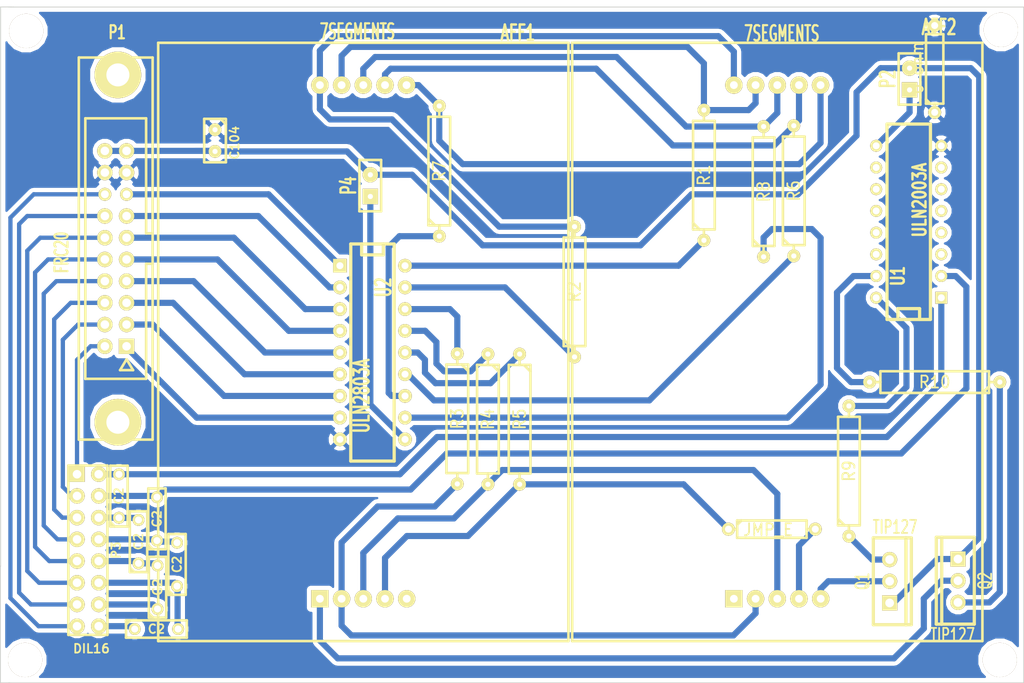
<source format=kicad_pcb>
(kicad_pcb (version 3) (host pcbnew "(2013-07-07 BZR 4022)-stable")

  (general
    (links 69)
    (no_connects 6)
    (area 165.974999 62.099999 285.800001 141.275001)
    (thickness 1.6)
    (drawings 14)
    (tracks 248)
    (zones 0)
    (modules 33)
    (nets 46)
  )

  (page A3)
  (layers
    (15 F.Cu signal)
    (0 B.Cu signal)
    (16 B.Adhes user)
    (17 F.Adhes user)
    (18 B.Paste user)
    (19 F.Paste user)
    (20 B.SilkS user)
    (21 F.SilkS user)
    (22 B.Mask user)
    (23 F.Mask user)
    (24 Dwgs.User user)
    (25 Cmts.User user)
    (26 Eco1.User user)
    (27 Eco2.User user)
    (28 Edge.Cuts user)
  )

  (setup
    (last_trace_width 0.72)
    (trace_clearance 0.254)
    (zone_clearance 0.508)
    (zone_45_only yes)
    (trace_min 0.254)
    (segment_width 0.2)
    (edge_width 0.1)
    (via_size 0.889)
    (via_drill 0.635)
    (via_min_size 0.889)
    (via_min_drill 0.508)
    (uvia_size 0.508)
    (uvia_drill 0.127)
    (uvias_allowed no)
    (uvia_min_size 0.508)
    (uvia_min_drill 0.127)
    (pcb_text_width 0.3)
    (pcb_text_size 1.5 1.5)
    (mod_edge_width 0.15)
    (mod_text_size 1 1)
    (mod_text_width 0.15)
    (pad_size 4 4)
    (pad_drill 4)
    (pad_to_mask_clearance 0)
    (aux_axis_origin 0 0)
    (visible_elements 7FFFFFFF)
    (pcbplotparams
      (layerselection 23101441)
      (usegerberextensions true)
      (excludeedgelayer true)
      (linewidth 0.150000)
      (plotframeref false)
      (viasonmask false)
      (mode 1)
      (useauxorigin false)
      (hpglpennumber 1)
      (hpglpenspeed 20)
      (hpglpendiameter 15)
      (hpglpenoverlay 2)
      (psnegative false)
      (psa4output false)
      (plotreference true)
      (plotvalue true)
      (plotothertext true)
      (plotinvisibletext false)
      (padsonsilk false)
      (subtractmaskfromsilk false)
      (outputformat 1)
      (mirror false)
      (drillshape 0)
      (scaleselection 1)
      (outputdirectory ""))
  )

  (net 0 "")
  (net 1 /Dig1)
  (net 2 /Dig2)
  (net 3 /Dig_sel_1)
  (net 4 /Dig_sel_2)
  (net 5 /Dig_sel_3)
  (net 6 /Dig_sel_4)
  (net 7 /Dig_sel_5)
  (net 8 /Dig_sel_6)
  (net 9 /Dig_sel_7)
  (net 10 /Dig_sel_8)
  (net 11 /Seg_a)
  (net 12 /Seg_b)
  (net 13 /Seg_c)
  (net 14 /Seg_d)
  (net 15 /Seg_e)
  (net 16 /Seg_e1)
  (net 17 /Seg_f)
  (net 18 /Seg_g)
  (net 19 /Seg_h)
  (net 20 GND)
  (net 21 N-000001)
  (net 22 N-0000010)
  (net 23 N-0000011)
  (net 24 N-0000012)
  (net 25 N-0000013)
  (net 26 N-0000014)
  (net 27 N-0000019)
  (net 28 N-0000020)
  (net 29 N-0000024)
  (net 30 N-0000025)
  (net 31 N-0000027)
  (net 32 N-0000028)
  (net 33 N-0000029)
  (net 34 N-0000030)
  (net 35 N-0000031)
  (net 36 N-0000032)
  (net 37 N-0000033)
  (net 38 N-0000038)
  (net 39 N-0000039)
  (net 40 N-0000040)
  (net 41 N-000005)
  (net 42 N-000006)
  (net 43 N-000007)
  (net 44 N-000008)
  (net 45 VCC)

  (net_class Default "This is the default net class."
    (clearance 0.254)
    (trace_width 0.72)
    (via_dia 0.889)
    (via_drill 0.635)
    (uvia_dia 0.508)
    (uvia_drill 0.127)
    (add_net "")
    (add_net /Dig1)
    (add_net /Dig2)
    (add_net /Seg_a)
    (add_net /Seg_b)
    (add_net /Seg_c)
    (add_net /Seg_d)
    (add_net /Seg_e)
    (add_net /Seg_e1)
    (add_net /Seg_f)
    (add_net /Seg_g)
    (add_net /Seg_h)
    (add_net GND)
    (add_net N-000001)
    (add_net N-0000010)
    (add_net N-0000011)
    (add_net N-0000012)
    (add_net N-0000013)
    (add_net N-0000014)
    (add_net N-0000019)
    (add_net N-0000020)
    (add_net N-0000024)
    (add_net N-0000025)
    (add_net N-0000027)
    (add_net N-0000028)
    (add_net N-0000029)
    (add_net N-0000030)
    (add_net N-0000031)
    (add_net N-0000032)
    (add_net N-0000033)
    (add_net N-0000038)
    (add_net N-0000039)
    (add_net N-0000040)
    (add_net N-000005)
    (add_net N-000006)
    (add_net N-000007)
    (add_net N-000008)
    (add_net VCC)
  )

  (net_class DIGIT_SELECT ""
    (clearance 0.254)
    (trace_width 0.5)
    (via_dia 0.889)
    (via_drill 0.635)
    (uvia_dia 0.508)
    (uvia_drill 0.127)
    (add_net /Dig_sel_1)
    (add_net /Dig_sel_2)
    (add_net /Dig_sel_3)
    (add_net /Dig_sel_4)
    (add_net /Dig_sel_5)
    (add_net /Dig_sel_6)
    (add_net /Dig_sel_7)
    (add_net /Dig_sel_8)
  )

  (module C2 (layer F.Cu) (tedit 200000) (tstamp 52CF1DFF)
    (at 184.277 134.9375)
    (descr "Condensateur = 2 pas")
    (tags C)
    (fp_text reference C2 (at 0 0) (layer F.SilkS)
      (effects (font (size 1.016 1.016) (thickness 0.2032)))
    )
    (fp_text value C*** (at 0 0) (layer F.SilkS) hide
      (effects (font (size 1.016 1.016) (thickness 0.2032)))
    )
    (fp_line (start -3.556 -1.016) (end 3.556 -1.016) (layer F.SilkS) (width 0.3048))
    (fp_line (start 3.556 -1.016) (end 3.556 1.016) (layer F.SilkS) (width 0.3048))
    (fp_line (start 3.556 1.016) (end -3.556 1.016) (layer F.SilkS) (width 0.3048))
    (fp_line (start -3.556 1.016) (end -3.556 -1.016) (layer F.SilkS) (width 0.3048))
    (fp_line (start -3.556 -0.508) (end -3.048 -1.016) (layer F.SilkS) (width 0.3048))
    (pad 1 thru_hole circle (at -2.54 0) (size 1.397 1.397) (drill 0.8128)
      (layers *.Cu *.Mask F.SilkS)
    )
    (pad 2 thru_hole circle (at 2.54 0) (size 1.397 1.397) (drill 0.8128)
      (layers *.Cu *.Mask F.SilkS)
    )
    (model discret/capa_2pas_5x5mm.wrl
      (at (xyz 0 0 0))
      (scale (xyz 1 1 1))
      (rotate (xyz 0 0 0))
    )
  )

  (module 2INCH_DISPLAY_REVERSE_PINS (layer F.Cu) (tedit 52CD13F7) (tstamp 52CD04AA)
    (at 256.921 101.346)
    (descr "Afficheur 7 segments")
    (tags AFFICHEUR)
    (path /52A16E95)
    (fp_text reference AFF2 (at 18.923 -36.83) (layer F.SilkS)
      (effects (font (size 1.778 1.143) (thickness 0.28575)))
    )
    (fp_text value 7SEGMENTS (at 0.5334 -36.0934) (layer F.SilkS)
      (effects (font (size 1.778 1.016) (thickness 0.254)))
    )
    (fp_line (start -24 -35) (end -24 35) (layer F.SilkS) (width 0.3048))
    (fp_line (start 24 -35) (end 24 35) (layer F.SilkS) (width 0.3048))
    (fp_line (start -24 -35) (end 24 -35) (layer F.SilkS) (width 0.3048))
    (fp_line (start 24 35) (end -24 35) (layer F.SilkS) (width 0.3048))
    (pad 5 thru_hole rect (at -5.08 30.05) (size 2.032 2.032) (drill 0.9144)
      (layers *.Cu *.Mask F.SilkS)
    )
    (pad 4 thru_hole circle (at -2.54 30.05) (size 2.032 2.032) (drill 0.9144)
      (layers *.Cu *.Mask F.SilkS)
      (net 13 /Seg_c)
    )
    (pad 3 thru_hole circle (at 0 30.05) (size 2.032 2.032) (drill 0.9144)
      (layers *.Cu *.Mask F.SilkS)
      (net 14 /Seg_d)
    )
    (pad 2 thru_hole circle (at 2.54 30.05) (size 2.032 2.032) (drill 0.9144)
      (layers *.Cu *.Mask F.SilkS)
      (net 16 /Seg_e1)
    )
    (pad 9 thru_hole circle (at 2.54 -30.05) (size 2.032 2.032) (drill 0.9144)
      (layers *.Cu *.Mask F.SilkS)
      (net 17 /Seg_f)
    )
    (pad 8 thru_hole circle (at 0 -30.05) (size 2.032 2.032) (drill 0.9144)
      (layers *.Cu *.Mask F.SilkS)
      (net 19 /Seg_h)
    )
    (pad 7 thru_hole circle (at -2.54 -30.05) (size 2.032 2.032) (drill 0.9144)
      (layers *.Cu *.Mask F.SilkS)
      (net 11 /Seg_a)
    )
    (pad 6 thru_hole circle (at -5.08 -30.05) (size 2.032 2.032) (drill 0.9144)
      (layers *.Cu *.Mask F.SilkS)
      (net 12 /Seg_b)
    )
    (pad 1 thru_hole circle (at 5.08 30.05) (size 2.032 2.032) (drill 0.9144)
      (layers *.Cu *.Mask F.SilkS)
      (net 25 N-0000013)
    )
    (pad 10 thru_hole circle (at 5.06 -30.05) (size 2.032 2.032) (drill 0.9144)
      (layers *.Cu *.Mask F.SilkS)
      (net 18 /Seg_g)
    )
  )

  (module Ideonics_R (layer F.Cu) (tedit 520C69E1) (tstamp 52A1D589)
    (at 275.336 106.045 180)
    (descr "Resistance 6 pas")
    (tags R)
    (path /52A16F14)
    (autoplace_cost180 10)
    (fp_text reference R10 (at 0 0 180) (layer F.SilkS)
      (effects (font (size 1.397 1.27) (thickness 0.2032)))
    )
    (fp_text value 2.2K (at 0.254 0 180) (layer F.SilkS) hide
      (effects (font (size 1.397 1.27) (thickness 0.2032)))
    )
    (fp_line (start -6.35 -1.27) (end 6.35 -1.27) (layer F.SilkS) (width 0.3048))
    (fp_line (start 6.35 -1.27) (end 6.35 1.27) (layer F.SilkS) (width 0.3048))
    (fp_line (start 6.35 1.27) (end -6.35 1.27) (layer F.SilkS) (width 0.3048))
    (fp_line (start 6.35 0) (end 7.62 0) (layer F.SilkS) (width 0.3048))
    (fp_line (start -7.62 0) (end -6.35 0) (layer F.SilkS) (width 0.3048))
    (fp_line (start -6.35 -0.508) (end -5.588 -1.27) (layer F.SilkS) (width 0.3048))
    (fp_line (start -6.35 -1.27) (end -6.35 1.27) (layer F.SilkS) (width 0.3048))
    (pad 1 thru_hole circle (at -7.62 0 180) (size 1.5 1.5) (drill 0.6)
      (layers *.Cu *.Mask F.SilkS)
      (net 40 N-0000040)
    )
    (pad 2 thru_hole circle (at 7.62 0 180) (size 1.5 1.5) (drill 0.6)
      (layers *.Cu *.Mask F.SilkS)
      (net 28 N-0000020)
    )
    (model discret/resistor.wrl
      (at (xyz 0 0 0))
      (scale (xyz 0.6 0.6 0.6))
      (rotate (xyz 0 0 0))
    )
  )

  (module Ideonics_RMC_2 (layer F.Cu) (tedit 52A1B2C2) (tstamp 52A193B3)
    (at 272.3896 70.5866 90)
    (descr "Connecteurs 2 pins")
    (tags "CONN DEV")
    (path /52A18004)
    (fp_text reference P2 (at 0 -2.54 90) (layer F.SilkS)
      (effects (font (size 1.72974 1.08712) (thickness 0.27178)))
    )
    (fp_text value CONN_2 (at 0 -2.54 90) (layer F.SilkS) hide
      (effects (font (size 1.524 1.016) (thickness 0.254)))
    )
    (fp_line (start -3 1.27) (end -3 -1.27) (layer F.SilkS) (width 0.3048))
    (fp_line (start -3 -1.27) (end 3 -1.27) (layer F.SilkS) (width 0.3048))
    (fp_line (start 3 -1.27) (end 3 1.27) (layer F.SilkS) (width 0.3048))
    (fp_line (start 3 1.27) (end -3 1.27) (layer F.SilkS) (width 0.3048))
    (pad 1 thru_hole rect (at -1.27 0.01016 90) (size 1.8 1.8) (drill 0.6)
      (layers *.Cu *.Mask F.SilkS)
      (net 38 N-0000038)
    )
    (pad 2 thru_hole circle (at 1.27 0.01016 90) (size 1.8 1.8) (drill 0.6)
      (layers *.Cu *.Mask F.SilkS)
      (net 45 VCC)
    )
  )

  (module Ideonics_R (layer F.Cu) (tedit 520C69E1) (tstamp 52A193C0)
    (at 217.3732 81.3562 90)
    (descr "Resistance 6 pas")
    (tags R)
    (path /52A16EED)
    (autoplace_cost180 10)
    (fp_text reference R7 (at 0 0 90) (layer F.SilkS)
      (effects (font (size 1.397 1.27) (thickness 0.2032)))
    )
    (fp_text value R (at 0.254 0 90) (layer F.SilkS) hide
      (effects (font (size 1.397 1.27) (thickness 0.2032)))
    )
    (fp_line (start -6.35 -1.27) (end 6.35 -1.27) (layer F.SilkS) (width 0.3048))
    (fp_line (start 6.35 -1.27) (end 6.35 1.27) (layer F.SilkS) (width 0.3048))
    (fp_line (start 6.35 1.27) (end -6.35 1.27) (layer F.SilkS) (width 0.3048))
    (fp_line (start 6.35 0) (end 7.62 0) (layer F.SilkS) (width 0.3048))
    (fp_line (start -7.62 0) (end -6.35 0) (layer F.SilkS) (width 0.3048))
    (fp_line (start -6.35 -0.508) (end -5.588 -1.27) (layer F.SilkS) (width 0.3048))
    (fp_line (start -6.35 -1.27) (end -6.35 1.27) (layer F.SilkS) (width 0.3048))
    (pad 1 thru_hole circle (at -7.62 0 90) (size 1.5 1.5) (drill 0.6)
      (layers *.Cu *.Mask F.SilkS)
      (net 37 N-0000033)
    )
    (pad 2 thru_hole circle (at 7.62 0 90) (size 1.5 1.5) (drill 0.6)
      (layers *.Cu *.Mask F.SilkS)
      (net 18 /Seg_g)
    )
    (model discret/resistor.wrl
      (at (xyz 0 0 0))
      (scale (xyz 0.6 0.6 0.6))
      (rotate (xyz 0 0 0))
    )
  )

  (module Ideonics_R (layer F.Cu) (tedit 520C69E1) (tstamp 52A1D57B)
    (at 265.303 116.459 90)
    (descr "Resistance 6 pas")
    (tags R)
    (path /52A16F0E)
    (autoplace_cost180 10)
    (fp_text reference R9 (at 0 0 90) (layer F.SilkS)
      (effects (font (size 1.397 1.27) (thickness 0.2032)))
    )
    (fp_text value 2.2K (at 0.254 0 90) (layer F.SilkS) hide
      (effects (font (size 1.397 1.27) (thickness 0.2032)))
    )
    (fp_line (start -6.35 -1.27) (end 6.35 -1.27) (layer F.SilkS) (width 0.3048))
    (fp_line (start 6.35 -1.27) (end 6.35 1.27) (layer F.SilkS) (width 0.3048))
    (fp_line (start 6.35 1.27) (end -6.35 1.27) (layer F.SilkS) (width 0.3048))
    (fp_line (start 6.35 0) (end 7.62 0) (layer F.SilkS) (width 0.3048))
    (fp_line (start -7.62 0) (end -6.35 0) (layer F.SilkS) (width 0.3048))
    (fp_line (start -6.35 -0.508) (end -5.588 -1.27) (layer F.SilkS) (width 0.3048))
    (fp_line (start -6.35 -1.27) (end -6.35 1.27) (layer F.SilkS) (width 0.3048))
    (pad 1 thru_hole circle (at -7.62 0 90) (size 1.5 1.5) (drill 0.6)
      (layers *.Cu *.Mask F.SilkS)
      (net 39 N-0000039)
    )
    (pad 2 thru_hole circle (at 7.62 0 90) (size 1.5 1.5) (drill 0.6)
      (layers *.Cu *.Mask F.SilkS)
      (net 27 N-0000019)
    )
    (model discret/resistor.wrl
      (at (xyz 0 0 0))
      (scale (xyz 0.6 0.6 0.6))
      (rotate (xyz 0 0 0))
    )
  )

  (module Ideonics_R (layer F.Cu) (tedit 520C69E1) (tstamp 52A193E7)
    (at 255.3208 83.7692 90)
    (descr "Resistance 6 pas")
    (tags R)
    (path /52A16EF3)
    (autoplace_cost180 10)
    (fp_text reference R8 (at 0 0 90) (layer F.SilkS)
      (effects (font (size 1.397 1.27) (thickness 0.2032)))
    )
    (fp_text value R (at 0.254 0 90) (layer F.SilkS) hide
      (effects (font (size 1.397 1.27) (thickness 0.2032)))
    )
    (fp_line (start -6.35 -1.27) (end 6.35 -1.27) (layer F.SilkS) (width 0.3048))
    (fp_line (start 6.35 -1.27) (end 6.35 1.27) (layer F.SilkS) (width 0.3048))
    (fp_line (start 6.35 1.27) (end -6.35 1.27) (layer F.SilkS) (width 0.3048))
    (fp_line (start 6.35 0) (end 7.62 0) (layer F.SilkS) (width 0.3048))
    (fp_line (start -7.62 0) (end -6.35 0) (layer F.SilkS) (width 0.3048))
    (fp_line (start -6.35 -0.508) (end -5.588 -1.27) (layer F.SilkS) (width 0.3048))
    (fp_line (start -6.35 -1.27) (end -6.35 1.27) (layer F.SilkS) (width 0.3048))
    (pad 1 thru_hole circle (at -7.62 0 90) (size 1.5 1.5) (drill 0.6)
      (layers *.Cu *.Mask F.SilkS)
      (net 29 N-0000024)
    )
    (pad 2 thru_hole circle (at 7.62 0 90) (size 1.5 1.5) (drill 0.6)
      (layers *.Cu *.Mask F.SilkS)
      (net 19 /Seg_h)
    )
    (model discret/resistor.wrl
      (at (xyz 0 0 0))
      (scale (xyz 0.6 0.6 0.6))
      (rotate (xyz 0 0 0))
    )
  )

  (module Ideonics_R (layer F.Cu) (tedit 520C69E1) (tstamp 52A193F4)
    (at 258.8514 83.6676 90)
    (descr "Resistance 6 pas")
    (tags R)
    (path /52A16EE7)
    (autoplace_cost180 10)
    (fp_text reference R6 (at 0 0 90) (layer F.SilkS)
      (effects (font (size 1.397 1.27) (thickness 0.2032)))
    )
    (fp_text value R (at 0.254 0 90) (layer F.SilkS) hide
      (effects (font (size 1.397 1.27) (thickness 0.2032)))
    )
    (fp_line (start -6.35 -1.27) (end 6.35 -1.27) (layer F.SilkS) (width 0.3048))
    (fp_line (start 6.35 -1.27) (end 6.35 1.27) (layer F.SilkS) (width 0.3048))
    (fp_line (start 6.35 1.27) (end -6.35 1.27) (layer F.SilkS) (width 0.3048))
    (fp_line (start 6.35 0) (end 7.62 0) (layer F.SilkS) (width 0.3048))
    (fp_line (start -7.62 0) (end -6.35 0) (layer F.SilkS) (width 0.3048))
    (fp_line (start -6.35 -0.508) (end -5.588 -1.27) (layer F.SilkS) (width 0.3048))
    (fp_line (start -6.35 -1.27) (end -6.35 1.27) (layer F.SilkS) (width 0.3048))
    (pad 1 thru_hole circle (at -7.62 0 90) (size 1.5 1.5) (drill 0.6)
      (layers *.Cu *.Mask F.SilkS)
      (net 36 N-0000032)
    )
    (pad 2 thru_hole circle (at 7.62 0 90) (size 1.5 1.5) (drill 0.6)
      (layers *.Cu *.Mask F.SilkS)
      (net 17 /Seg_f)
    )
    (model discret/resistor.wrl
      (at (xyz 0 0 0))
      (scale (xyz 0.6 0.6 0.6))
      (rotate (xyz 0 0 0))
    )
  )

  (module Ideonics_R (layer F.Cu) (tedit 520C69E1) (tstamp 52A1C91E)
    (at 226.7712 110.3884 270)
    (descr "Resistance 6 pas")
    (tags R)
    (path /52A16EE1)
    (autoplace_cost180 10)
    (fp_text reference R5 (at 0 0 270) (layer F.SilkS)
      (effects (font (size 1.397 1.27) (thickness 0.2032)))
    )
    (fp_text value R (at 0.254 0 270) (layer F.SilkS) hide
      (effects (font (size 1.397 1.27) (thickness 0.2032)))
    )
    (fp_line (start -6.35 -1.27) (end 6.35 -1.27) (layer F.SilkS) (width 0.3048))
    (fp_line (start 6.35 -1.27) (end 6.35 1.27) (layer F.SilkS) (width 0.3048))
    (fp_line (start 6.35 1.27) (end -6.35 1.27) (layer F.SilkS) (width 0.3048))
    (fp_line (start 6.35 0) (end 7.62 0) (layer F.SilkS) (width 0.3048))
    (fp_line (start -7.62 0) (end -6.35 0) (layer F.SilkS) (width 0.3048))
    (fp_line (start -6.35 -0.508) (end -5.588 -1.27) (layer F.SilkS) (width 0.3048))
    (fp_line (start -6.35 -1.27) (end -6.35 1.27) (layer F.SilkS) (width 0.3048))
    (pad 1 thru_hole circle (at -7.62 0 270) (size 1.5 1.5) (drill 0.6)
      (layers *.Cu *.Mask F.SilkS)
      (net 35 N-0000031)
    )
    (pad 2 thru_hole circle (at 7.62 0 270) (size 1.5 1.5) (drill 0.6)
      (layers *.Cu *.Mask F.SilkS)
      (net 15 /Seg_e)
    )
    (model discret/resistor.wrl
      (at (xyz 0 0 0))
      (scale (xyz 0.6 0.6 0.6))
      (rotate (xyz 0 0 0))
    )
  )

  (module Ideonics_R (layer F.Cu) (tedit 520C69E1) (tstamp 52A1940E)
    (at 223.0628 110.3884 270)
    (descr "Resistance 6 pas")
    (tags R)
    (path /52A16EDB)
    (autoplace_cost180 10)
    (fp_text reference R4 (at 0 0 270) (layer F.SilkS)
      (effects (font (size 1.397 1.27) (thickness 0.2032)))
    )
    (fp_text value R (at 0.254 0 270) (layer F.SilkS) hide
      (effects (font (size 1.397 1.27) (thickness 0.2032)))
    )
    (fp_line (start -6.35 -1.27) (end 6.35 -1.27) (layer F.SilkS) (width 0.3048))
    (fp_line (start 6.35 -1.27) (end 6.35 1.27) (layer F.SilkS) (width 0.3048))
    (fp_line (start 6.35 1.27) (end -6.35 1.27) (layer F.SilkS) (width 0.3048))
    (fp_line (start 6.35 0) (end 7.62 0) (layer F.SilkS) (width 0.3048))
    (fp_line (start -7.62 0) (end -6.35 0) (layer F.SilkS) (width 0.3048))
    (fp_line (start -6.35 -0.508) (end -5.588 -1.27) (layer F.SilkS) (width 0.3048))
    (fp_line (start -6.35 -1.27) (end -6.35 1.27) (layer F.SilkS) (width 0.3048))
    (pad 1 thru_hole circle (at -7.62 0 270) (size 1.5 1.5) (drill 0.6)
      (layers *.Cu *.Mask F.SilkS)
      (net 34 N-0000030)
    )
    (pad 2 thru_hole circle (at 7.62 0 270) (size 1.5 1.5) (drill 0.6)
      (layers *.Cu *.Mask F.SilkS)
      (net 14 /Seg_d)
    )
    (model discret/resistor.wrl
      (at (xyz 0 0 0))
      (scale (xyz 0.6 0.6 0.6))
      (rotate (xyz 0 0 0))
    )
  )

  (module Ideonics_R (layer F.Cu) (tedit 520C69E1) (tstamp 52A1941B)
    (at 219.4814 110.3376 270)
    (descr "Resistance 6 pas")
    (tags R)
    (path /52A16ED5)
    (autoplace_cost180 10)
    (fp_text reference R3 (at 0 0 270) (layer F.SilkS)
      (effects (font (size 1.397 1.27) (thickness 0.2032)))
    )
    (fp_text value R (at 0.254 0 270) (layer F.SilkS) hide
      (effects (font (size 1.397 1.27) (thickness 0.2032)))
    )
    (fp_line (start -6.35 -1.27) (end 6.35 -1.27) (layer F.SilkS) (width 0.3048))
    (fp_line (start 6.35 -1.27) (end 6.35 1.27) (layer F.SilkS) (width 0.3048))
    (fp_line (start 6.35 1.27) (end -6.35 1.27) (layer F.SilkS) (width 0.3048))
    (fp_line (start 6.35 0) (end 7.62 0) (layer F.SilkS) (width 0.3048))
    (fp_line (start -7.62 0) (end -6.35 0) (layer F.SilkS) (width 0.3048))
    (fp_line (start -6.35 -0.508) (end -5.588 -1.27) (layer F.SilkS) (width 0.3048))
    (fp_line (start -6.35 -1.27) (end -6.35 1.27) (layer F.SilkS) (width 0.3048))
    (pad 1 thru_hole circle (at -7.62 0 270) (size 1.5 1.5) (drill 0.6)
      (layers *.Cu *.Mask F.SilkS)
      (net 33 N-0000029)
    )
    (pad 2 thru_hole circle (at 7.62 0 270) (size 1.5 1.5) (drill 0.6)
      (layers *.Cu *.Mask F.SilkS)
      (net 13 /Seg_c)
    )
    (model discret/resistor.wrl
      (at (xyz 0 0 0))
      (scale (xyz 0.6 0.6 0.6))
      (rotate (xyz 0 0 0))
    )
  )

  (module Ideonics_R (layer F.Cu) (tedit 520C69E1) (tstamp 52A19428)
    (at 233.1974 95.4786 90)
    (descr "Resistance 6 pas")
    (tags R)
    (path /52A16ECA)
    (autoplace_cost180 10)
    (fp_text reference R2 (at 0 0 90) (layer F.SilkS)
      (effects (font (size 1.397 1.27) (thickness 0.2032)))
    )
    (fp_text value R (at 0.254 0 90) (layer F.SilkS) hide
      (effects (font (size 1.397 1.27) (thickness 0.2032)))
    )
    (fp_line (start -6.35 -1.27) (end 6.35 -1.27) (layer F.SilkS) (width 0.3048))
    (fp_line (start 6.35 -1.27) (end 6.35 1.27) (layer F.SilkS) (width 0.3048))
    (fp_line (start 6.35 1.27) (end -6.35 1.27) (layer F.SilkS) (width 0.3048))
    (fp_line (start 6.35 0) (end 7.62 0) (layer F.SilkS) (width 0.3048))
    (fp_line (start -7.62 0) (end -6.35 0) (layer F.SilkS) (width 0.3048))
    (fp_line (start -6.35 -0.508) (end -5.588 -1.27) (layer F.SilkS) (width 0.3048))
    (fp_line (start -6.35 -1.27) (end -6.35 1.27) (layer F.SilkS) (width 0.3048))
    (pad 1 thru_hole circle (at -7.62 0 90) (size 1.5 1.5) (drill 0.6)
      (layers *.Cu *.Mask F.SilkS)
      (net 32 N-0000028)
    )
    (pad 2 thru_hole circle (at 7.62 0 90) (size 1.5 1.5) (drill 0.6)
      (layers *.Cu *.Mask F.SilkS)
      (net 12 /Seg_b)
    )
    (model discret/resistor.wrl
      (at (xyz 0 0 0))
      (scale (xyz 0.6 0.6 0.6))
      (rotate (xyz 0 0 0))
    )
  )

  (module Ideonics_R (layer F.Cu) (tedit 520C69E1) (tstamp 52A1C769)
    (at 248.3358 81.8388 90)
    (descr "Resistance 6 pas")
    (tags R)
    (path /52A16E9D)
    (autoplace_cost180 10)
    (fp_text reference R1 (at 0 0 90) (layer F.SilkS)
      (effects (font (size 1.397 1.27) (thickness 0.2032)))
    )
    (fp_text value R (at 0.254 0 90) (layer F.SilkS) hide
      (effects (font (size 1.397 1.27) (thickness 0.2032)))
    )
    (fp_line (start -6.35 -1.27) (end 6.35 -1.27) (layer F.SilkS) (width 0.3048))
    (fp_line (start 6.35 -1.27) (end 6.35 1.27) (layer F.SilkS) (width 0.3048))
    (fp_line (start 6.35 1.27) (end -6.35 1.27) (layer F.SilkS) (width 0.3048))
    (fp_line (start 6.35 0) (end 7.62 0) (layer F.SilkS) (width 0.3048))
    (fp_line (start -7.62 0) (end -6.35 0) (layer F.SilkS) (width 0.3048))
    (fp_line (start -6.35 -0.508) (end -5.588 -1.27) (layer F.SilkS) (width 0.3048))
    (fp_line (start -6.35 -1.27) (end -6.35 1.27) (layer F.SilkS) (width 0.3048))
    (pad 1 thru_hole circle (at -7.62 0 90) (size 1.5 1.5) (drill 0.6)
      (layers *.Cu *.Mask F.SilkS)
      (net 31 N-0000027)
    )
    (pad 2 thru_hole circle (at 7.62 0 90) (size 1.5 1.5) (drill 0.6)
      (layers *.Cu *.Mask F.SilkS)
      (net 11 /Seg_a)
    )
    (model discret/resistor.wrl
      (at (xyz 0 0 0))
      (scale (xyz 0.6 0.6 0.6))
      (rotate (xyz 0 0 0))
    )
  )

  (module Ideonics_Ceramic (layer F.Cu) (tedit 520C6931) (tstamp 52A19440)
    (at 191.135 77.7875 270)
    (descr "Condensateur e = 1 pas")
    (tags C)
    (path /52A18134)
    (fp_text reference C104 (at 0.254 -2.286 270) (layer F.SilkS)
      (effects (font (size 1.016 1.016) (thickness 0.2032)))
    )
    (fp_text value C (at 0 -2.286 270) (layer F.SilkS) hide
      (effects (font (size 1.016 1.016) (thickness 0.2032)))
    )
    (fp_line (start -2.4892 -1.27) (end 2.54 -1.27) (layer F.SilkS) (width 0.3048))
    (fp_line (start 2.54 -1.27) (end 2.54 1.27) (layer F.SilkS) (width 0.3048))
    (fp_line (start 2.54 1.27) (end -2.54 1.27) (layer F.SilkS) (width 0.3048))
    (fp_line (start -2.54 1.27) (end -2.54 -1.27) (layer F.SilkS) (width 0.3048))
    (fp_line (start -2.54 -0.635) (end -1.905 -1.27) (layer F.SilkS) (width 0.3048))
    (pad 1 thru_hole circle (at -1.27 0 270) (size 1.5 1.5) (drill 0.6)
      (layers *.Cu *.Mask F.SilkS)
      (net 20 GND)
    )
    (pad 2 thru_hole circle (at 1.27 0 270) (size 1.5 1.5) (drill 0.6)
      (layers *.Cu *.Mask F.SilkS)
      (net 45 VCC)
    )
    (model discret/capa_1_pas.wrl
      (at (xyz 0 0 0))
      (scale (xyz 1 1 1))
      (rotate (xyz 0 0 0))
    )
  )

  (module HE10_20D (layer F.Cu) (tedit 52CD2248) (tstamp 52A19468)
    (at 179.5145 90.424 90)
    (descr "Connecteur HE10 20 contacts droit")
    (tags "CONN HE10")
    (path /52A17B53)
    (fp_text reference P1 (at 25.2984 0.1651 180) (layer F.SilkS)
      (effects (font (size 1.524 1.016) (thickness 0.3048)))
    )
    (fp_text value FRC20 (at -0.4572 -6.3373 90) (layer F.SilkS)
      (effects (font (size 1.524 1.016) (thickness 0.3048)))
    )
    (fp_line (start -1.778 4.318) (end -1.778 3.556) (layer F.SilkS) (width 0.3048))
    (fp_line (start -1.778 3.556) (end -15.24 3.556) (layer F.SilkS) (width 0.3048))
    (fp_line (start -15.24 3.556) (end -15.24 -3.556) (layer F.SilkS) (width 0.3048))
    (fp_line (start -15.24 -3.556) (end 15.24 -3.556) (layer F.SilkS) (width 0.3048))
    (fp_line (start 15.24 -3.556) (end 15.24 3.556) (layer F.SilkS) (width 0.3048))
    (fp_line (start 15.24 3.556) (end 1.778 3.556) (layer F.SilkS) (width 0.3048))
    (fp_line (start 1.778 3.556) (end 1.778 4.318) (layer F.SilkS) (width 0.3048))
    (fp_line (start -12.954 1.27) (end -14.224 0.508) (layer F.SilkS) (width 0.3048))
    (fp_line (start -14.224 0.508) (end -14.224 2.032) (layer F.SilkS) (width 0.3048))
    (fp_line (start -14.224 2.032) (end -12.954 1.27) (layer F.SilkS) (width 0.3048))
    (fp_line (start -22.352 -4.318) (end -22.352 4.318) (layer F.SilkS) (width 0.3048))
    (fp_line (start -22.352 4.318) (end 22.352 4.318) (layer F.SilkS) (width 0.3048))
    (fp_line (start 22.352 4.318) (end 22.352 -4.318) (layer F.SilkS) (width 0.3048))
    (fp_line (start 22.352 -4.318) (end -22.352 -4.318) (layer F.SilkS) (width 0.3048))
    (pad 1 thru_hole rect (at -11.43 1.27 90) (size 1.8 1.8) (drill 1)
      (layers *.Cu *.Mask F.SilkS)
      (net 24 N-0000012)
    )
    (pad 2 thru_hole circle (at -11.43 -1.27 90) (size 1.8 1.8) (drill 1)
      (layers *.Cu *.Mask F.SilkS)
      (net 3 /Dig_sel_1)
    )
    (pad 3 thru_hole circle (at -8.89 1.27 90) (size 1.8 1.8) (drill 1)
      (layers *.Cu *.Mask F.SilkS)
      (net 23 N-0000011)
    )
    (pad 4 thru_hole circle (at -8.89 -1.27 90) (size 1.8 1.8) (drill 1)
      (layers *.Cu *.Mask F.SilkS)
      (net 4 /Dig_sel_2)
    )
    (pad 5 thru_hole circle (at -6.35 1.27 90) (size 1.8 1.8) (drill 1)
      (layers *.Cu *.Mask F.SilkS)
      (net 22 N-0000010)
    )
    (pad 6 thru_hole circle (at -6.35 -1.27 90) (size 1.8 1.8) (drill 1)
      (layers *.Cu *.Mask F.SilkS)
      (net 5 /Dig_sel_3)
    )
    (pad 7 thru_hole circle (at -3.81 1.27 90) (size 1.8 1.8) (drill 1)
      (layers *.Cu *.Mask F.SilkS)
      (net 21 N-000001)
    )
    (pad 8 thru_hole circle (at -3.81 -1.27 90) (size 1.8 1.8) (drill 1)
      (layers *.Cu *.Mask F.SilkS)
      (net 6 /Dig_sel_4)
    )
    (pad 9 thru_hole circle (at -1.27 1.27 90) (size 1.8 1.8) (drill 1)
      (layers *.Cu *.Mask F.SilkS)
      (net 44 N-000008)
    )
    (pad 10 thru_hole circle (at -1.27 -1.27 90) (size 1.8 1.8) (drill 1)
      (layers *.Cu *.Mask F.SilkS)
      (net 7 /Dig_sel_5)
    )
    (pad 11 thru_hole circle (at 1.27 1.27 90) (size 1.8 1.8) (drill 1)
      (layers *.Cu *.Mask F.SilkS)
      (net 43 N-000007)
    )
    (pad 12 thru_hole circle (at 1.27 -1.27 90) (size 1.8 1.8) (drill 1)
      (layers *.Cu *.Mask F.SilkS)
      (net 8 /Dig_sel_6)
    )
    (pad 13 thru_hole circle (at 3.81 1.27 90) (size 1.8 1.8) (drill 1)
      (layers *.Cu *.Mask F.SilkS)
      (net 42 N-000006)
    )
    (pad 14 thru_hole circle (at 3.81 -1.27 90) (size 1.8 1.8) (drill 1)
      (layers *.Cu *.Mask F.SilkS)
      (net 9 /Dig_sel_7)
    )
    (pad 15 thru_hole circle (at 6.35 1.27 90) (size 1.524 1.524) (drill 0.9144)
      (layers *.Cu *.Mask F.SilkS)
      (net 41 N-000005)
    )
    (pad 16 thru_hole circle (at 6.35 -1.27 90) (size 1.524 1.524) (drill 0.9144)
      (layers *.Cu *.Mask F.SilkS)
      (net 10 /Dig_sel_8)
    )
    (pad 17 thru_hole circle (at 8.89 1.27 90) (size 1.8 1.8) (drill 1)
      (layers *.Cu *.Mask F.SilkS)
      (net 20 GND)
    )
    (pad 18 thru_hole circle (at 8.89 -1.27 90) (size 1.8 1.8) (drill 1)
      (layers *.Cu *.Mask F.SilkS)
      (net 20 GND)
    )
    (pad 19 thru_hole circle (at 11.43 1.27 90) (size 1.8 1.8) (drill 1)
      (layers *.Cu *.Mask F.SilkS)
      (net 45 VCC)
    )
    (pad 20 thru_hole circle (at 11.43 -1.27 90) (size 1.8 1.8) (drill 1)
      (layers *.Cu *.Mask F.SilkS)
      (net 45 VCC)
    )
    (pad "" thru_hole circle (at -20.32 0.254 90) (size 5.461 5.461) (drill 2.6924)
      (layers *.Cu *.Mask F.SilkS)
    )
    (pad "" thru_hole circle (at 20.32 0.254 90) (size 5.461 5.461) (drill 2.6924)
      (layers *.Cu *.Mask F.SilkS)
    )
    (model conn_HExx/he10_20.wrl
      (at (xyz 0 0 0))
      (scale (xyz 1 1 1))
      (rotate (xyz 0 0 0))
    )
  )

  (module DIP-18__300 (layer F.Cu) (tedit 5270EEED) (tstamp 52CD1630)
    (at 209.556 102.586 270)
    (descr "8 pins DIL package, round pads")
    (path /52A16E65)
    (fp_text reference U2 (at -7.62 -1.27 270) (layer F.SilkS)
      (effects (font (size 1.778 1.143) (thickness 0.3048)))
    )
    (fp_text value ULN2803A (at 5.08 1.27 270) (layer F.SilkS)
      (effects (font (size 1.778 1.143) (thickness 0.3048)))
    )
    (fp_line (start -12.7 -1.27) (end -11.43 -1.27) (layer F.SilkS) (width 0.381))
    (fp_line (start -11.43 -1.27) (end -11.43 1.27) (layer F.SilkS) (width 0.381))
    (fp_line (start -11.43 1.27) (end -12.7 1.27) (layer F.SilkS) (width 0.381))
    (fp_line (start -12.7 -2.54) (end 12.7 -2.54) (layer F.SilkS) (width 0.381))
    (fp_line (start 12.7 -2.54) (end 12.7 2.54) (layer F.SilkS) (width 0.381))
    (fp_line (start 12.7 2.54) (end -12.7 2.54) (layer F.SilkS) (width 0.381))
    (fp_line (start -12.7 2.54) (end -12.7 -2.54) (layer F.SilkS) (width 0.381))
    (pad 1 thru_hole rect (at -10.16 3.81 270) (size 1.6 1.6) (drill 0.8128)
      (layers *.Cu *.Mask F.SilkS)
      (net 41 N-000005)
    )
    (pad 2 thru_hole circle (at -7.62 3.81 270) (size 1.6 1.6) (drill 0.8128)
      (layers *.Cu *.Mask F.SilkS)
      (net 42 N-000006)
    )
    (pad 3 thru_hole circle (at -5.08 3.81 270) (size 1.6 1.6) (drill 0.8128)
      (layers *.Cu *.Mask F.SilkS)
      (net 43 N-000007)
    )
    (pad 4 thru_hole circle (at -2.54 3.81 270) (size 1.6 1.6) (drill 0.8128)
      (layers *.Cu *.Mask F.SilkS)
      (net 44 N-000008)
    )
    (pad 5 thru_hole circle (at 0 3.81 270) (size 1.6 1.6) (drill 0.8128)
      (layers *.Cu *.Mask F.SilkS)
      (net 21 N-000001)
    )
    (pad 6 thru_hole circle (at 2.54 3.81 270) (size 1.6 1.6) (drill 0.8128)
      (layers *.Cu *.Mask F.SilkS)
      (net 22 N-0000010)
    )
    (pad 7 thru_hole circle (at 5.08 3.81 270) (size 1.6 1.6) (drill 0.8128)
      (layers *.Cu *.Mask F.SilkS)
      (net 23 N-0000011)
    )
    (pad 8 thru_hole circle (at 7.62 3.81 270) (size 1.6 1.6) (drill 0.8128)
      (layers *.Cu *.Mask F.SilkS)
      (net 24 N-0000012)
    )
    (pad 9 thru_hole circle (at 10.16 3.81 270) (size 1.6 1.6) (drill 0.8128)
      (layers *.Cu *.Mask F.SilkS)
      (net 20 GND)
    )
    (pad 10 thru_hole circle (at 10.16 -3.81 270) (size 1.6 1.6) (drill 0.8128)
      (layers *.Cu *.Mask F.SilkS)
      (net 30 N-0000025)
    )
    (pad 11 thru_hole circle (at 7.62 -3.81 270) (size 1.6 1.6) (drill 0.8128)
      (layers *.Cu *.Mask F.SilkS)
      (net 29 N-0000024)
    )
    (pad 12 thru_hole circle (at 5.08 -3.81 270) (size 1.6 1.6) (drill 0.8128)
      (layers *.Cu *.Mask F.SilkS)
      (net 37 N-0000033)
    )
    (pad 13 thru_hole circle (at 2.54 -3.81 270) (size 1.6 1.6) (drill 0.8128)
      (layers *.Cu *.Mask F.SilkS)
      (net 36 N-0000032)
    )
    (pad 14 thru_hole circle (at 0 -3.81 270) (size 1.6 1.6) (drill 0.8128)
      (layers *.Cu *.Mask F.SilkS)
      (net 35 N-0000031)
    )
    (pad 15 thru_hole circle (at -2.54 -3.81 270) (size 1.6 1.6) (drill 0.8128)
      (layers *.Cu *.Mask F.SilkS)
      (net 34 N-0000030)
    )
    (pad 16 thru_hole circle (at -5.08 -3.81 270) (size 1.6 1.6) (drill 0.8128)
      (layers *.Cu *.Mask F.SilkS)
      (net 33 N-0000029)
    )
    (pad 17 thru_hole circle (at -7.62 -3.81 270) (size 1.6 1.6) (drill 0.8128)
      (layers *.Cu *.Mask F.SilkS)
      (net 32 N-0000028)
    )
    (pad 18 thru_hole circle (at -10.16 -3.81 270) (size 1.6 1.6) (drill 0.8128)
      (layers *.Cu *.Mask F.SilkS)
      (net 31 N-0000027)
    )
    (model dil/dil_18.wrl
      (at (xyz 0 0 0))
      (scale (xyz 1 1 1))
      (rotate (xyz 0 0 0))
    )
  )

  (module DIP-16__300 (layer F.Cu) (tedit 200000) (tstamp 52A194A1)
    (at 272.3007 87.2871 90)
    (descr "16 pins DIL package, round pads")
    (tags DIL)
    (path /52A16E42)
    (fp_text reference U1 (at -6.35 -1.27 90) (layer F.SilkS)
      (effects (font (size 1.524 1.143) (thickness 0.3048)))
    )
    (fp_text value ULN2003A (at 2.54 1.27 90) (layer F.SilkS)
      (effects (font (size 1.524 1.143) (thickness 0.3048)))
    )
    (fp_line (start -11.43 -1.27) (end -11.43 -1.27) (layer F.SilkS) (width 0.381))
    (fp_line (start -11.43 -1.27) (end -10.16 -1.27) (layer F.SilkS) (width 0.381))
    (fp_line (start -10.16 -1.27) (end -10.16 1.27) (layer F.SilkS) (width 0.381))
    (fp_line (start -10.16 1.27) (end -11.43 1.27) (layer F.SilkS) (width 0.381))
    (fp_line (start -11.43 -2.54) (end 11.43 -2.54) (layer F.SilkS) (width 0.381))
    (fp_line (start 11.43 -2.54) (end 11.43 2.54) (layer F.SilkS) (width 0.381))
    (fp_line (start 11.43 2.54) (end -11.43 2.54) (layer F.SilkS) (width 0.381))
    (fp_line (start -11.43 2.54) (end -11.43 -2.54) (layer F.SilkS) (width 0.381))
    (pad 1 thru_hole rect (at -8.89 3.81 90) (size 1.397 1.397) (drill 0.8128)
      (layers *.Cu *.Mask F.SilkS)
      (net 1 /Dig1)
    )
    (pad 2 thru_hole circle (at -6.35 3.81 90) (size 1.397 1.397) (drill 0.8128)
      (layers *.Cu *.Mask F.SilkS)
      (net 2 /Dig2)
    )
    (pad 3 thru_hole circle (at -3.81 3.81 90) (size 1.397 1.397) (drill 0.8128)
      (layers *.Cu *.Mask F.SilkS)
    )
    (pad 4 thru_hole circle (at -1.27 3.81 90) (size 1.397 1.397) (drill 0.8128)
      (layers *.Cu *.Mask F.SilkS)
    )
    (pad 5 thru_hole circle (at 1.27 3.81 90) (size 1.397 1.397) (drill 0.8128)
      (layers *.Cu *.Mask F.SilkS)
    )
    (pad 6 thru_hole circle (at 3.81 3.81 90) (size 1.397 1.397) (drill 0.8128)
      (layers *.Cu *.Mask F.SilkS)
    )
    (pad 7 thru_hole circle (at 6.35 3.81 90) (size 1.397 1.397) (drill 0.8128)
      (layers *.Cu *.Mask F.SilkS)
    )
    (pad 8 thru_hole circle (at 8.89 3.81 90) (size 1.397 1.397) (drill 0.8128)
      (layers *.Cu *.Mask F.SilkS)
      (net 20 GND)
    )
    (pad 9 thru_hole circle (at 8.89 -3.81 90) (size 1.397 1.397) (drill 0.8128)
      (layers *.Cu *.Mask F.SilkS)
      (net 38 N-0000038)
    )
    (pad 10 thru_hole circle (at 6.35 -3.81 90) (size 1.397 1.397) (drill 0.8128)
      (layers *.Cu *.Mask F.SilkS)
    )
    (pad 11 thru_hole circle (at 3.81 -3.81 90) (size 1.397 1.397) (drill 0.8128)
      (layers *.Cu *.Mask F.SilkS)
    )
    (pad 12 thru_hole circle (at 1.27 -3.81 90) (size 1.397 1.397) (drill 0.8128)
      (layers *.Cu *.Mask F.SilkS)
    )
    (pad 13 thru_hole circle (at -1.27 -3.81 90) (size 1.397 1.397) (drill 0.8128)
      (layers *.Cu *.Mask F.SilkS)
    )
    (pad 14 thru_hole circle (at -3.81 -3.81 90) (size 1.397 1.397) (drill 0.8128)
      (layers *.Cu *.Mask F.SilkS)
    )
    (pad 15 thru_hole circle (at -6.35 -3.81 90) (size 1.397 1.397) (drill 0.8128)
      (layers *.Cu *.Mask F.SilkS)
      (net 28 N-0000020)
    )
    (pad 16 thru_hole circle (at -8.89 -3.81 90) (size 1.397 1.397) (drill 0.8128)
      (layers *.Cu *.Mask F.SilkS)
      (net 27 N-0000019)
    )
    (model dil/dil_16.wrl
      (at (xyz 0 0 0))
      (scale (xyz 1 1 1))
      (rotate (xyz 0 0 0))
    )
  )

  (module pin_array_8x2 (layer F.Cu) (tedit 52CD210A) (tstamp 52CD2126)
    (at 176.258 125.716 270)
    (descr "Double rangee de contacts 2 x 8 pins")
    (tags CONN)
    (path /52A191C6)
    (fp_text reference P3 (at 0 -3.302 270) (layer F.SilkS)
      (effects (font (size 1.016 1.016) (thickness 0.2032)))
    )
    (fp_text value DIL16 (at 11.5202 -0.4117 360) (layer F.SilkS)
      (effects (font (size 1.016 1.016) (thickness 0.2032)))
    )
    (fp_line (start -9.906 2.286) (end -9.906 -2.286) (layer F.SilkS) (width 0.3048))
    (fp_line (start -9.906 -2.286) (end 9.906 -2.286) (layer F.SilkS) (width 0.3048))
    (fp_line (start 9.906 -2.286) (end 9.906 2.286) (layer F.SilkS) (width 0.3048))
    (fp_line (start 9.906 2.286) (end -9.906 2.286) (layer F.SilkS) (width 0.3048))
    (pad 1 thru_hole rect (at -8.89 1.27 270) (size 1.8 1.8) (drill 1)
      (layers *.Cu *.Mask F.SilkS)
      (net 3 /Dig_sel_1)
    )
    (pad 16 thru_hole circle (at -8.89 -1.27 270) (size 1.8 1.8) (drill 1)
      (layers *.Cu *.Mask F.SilkS)
      (net 1 /Dig1)
    )
    (pad 2 thru_hole circle (at -6.35 1.27 270) (size 1.8 1.8) (drill 1)
      (layers *.Cu *.Mask F.SilkS)
      (net 4 /Dig_sel_2)
    )
    (pad 15 thru_hole circle (at -6.35 -1.27 270) (size 1.8 1.8) (drill 1)
      (layers *.Cu *.Mask F.SilkS)
      (net 2 /Dig2)
    )
    (pad 3 thru_hole circle (at -3.81 1.27 270) (size 1.8 1.8) (drill 1)
      (layers *.Cu *.Mask F.SilkS)
      (net 5 /Dig_sel_3)
    )
    (pad 14 thru_hole circle (at -3.81 -1.27 270) (size 1.8 1.8) (drill 1)
      (layers *.Cu *.Mask F.SilkS)
      (net 1 /Dig1)
    )
    (pad 4 thru_hole circle (at -1.27 1.27 270) (size 1.8 1.8) (drill 1)
      (layers *.Cu *.Mask F.SilkS)
      (net 6 /Dig_sel_4)
    )
    (pad 13 thru_hole circle (at -1.27 -1.27 270) (size 1.8 1.8) (drill 1)
      (layers *.Cu *.Mask F.SilkS)
      (net 2 /Dig2)
    )
    (pad 5 thru_hole circle (at 1.27 1.27 270) (size 1.8 1.8) (drill 1)
      (layers *.Cu *.Mask F.SilkS)
      (net 7 /Dig_sel_5)
    )
    (pad 12 thru_hole circle (at 1.27 -1.27 270) (size 1.8 1.8) (drill 1)
      (layers *.Cu *.Mask F.SilkS)
      (net 1 /Dig1)
    )
    (pad 6 thru_hole circle (at 3.81 1.27 270) (size 1.8 1.8) (drill 1)
      (layers *.Cu *.Mask F.SilkS)
      (net 8 /Dig_sel_6)
    )
    (pad 11 thru_hole circle (at 3.81 -1.27 270) (size 1.8 1.8) (drill 1)
      (layers *.Cu *.Mask F.SilkS)
      (net 2 /Dig2)
    )
    (pad 7 thru_hole circle (at 6.35 1.27 270) (size 1.8 1.8) (drill 1)
      (layers *.Cu *.Mask F.SilkS)
      (net 9 /Dig_sel_7)
    )
    (pad 10 thru_hole circle (at 6.35 -1.27 270) (size 1.8 1.8) (drill 1)
      (layers *.Cu *.Mask F.SilkS)
      (net 1 /Dig1)
    )
    (pad 8 thru_hole circle (at 8.89 1.27 270) (size 1.8 1.8) (drill 1)
      (layers *.Cu *.Mask F.SilkS)
      (net 10 /Dig_sel_8)
    )
    (pad 9 thru_hole circle (at 8.89 -1.27 270) (size 1.8 1.8) (drill 1)
      (layers *.Cu *.Mask F.SilkS)
      (net 2 /Dig2)
    )
    (model pin_array/pins_array_8x2.wrl
      (at (xyz 0 0 0))
      (scale (xyz 1 1 1))
      (rotate (xyz 0 0 0))
    )
  )

  (module 2INCH_DISPLAY_REVERSE_PINS (layer F.Cu) (tedit 52CD13FE) (tstamp 52CD044A)
    (at 208.4832 101.346)
    (descr "Afficheur 7 segments")
    (tags AFFICHEUR)
    (path /52A16E7E)
    (fp_text reference AFF1 (at 18.0848 -36.1696) (layer F.SilkS)
      (effects (font (size 1.778 1.143) (thickness 0.28575)))
    )
    (fp_text value 7SEGMENTS (at -0.6858 -36.3093) (layer F.SilkS)
      (effects (font (size 1.778 1.016) (thickness 0.254)))
    )
    (fp_line (start -24 -35) (end -24 35) (layer F.SilkS) (width 0.3048))
    (fp_line (start 24 -35) (end 24 35) (layer F.SilkS) (width 0.3048))
    (fp_line (start -24 -35) (end 24 -35) (layer F.SilkS) (width 0.3048))
    (fp_line (start 24 35) (end -24 35) (layer F.SilkS) (width 0.3048))
    (pad 5 thru_hole rect (at -5.08 30.05) (size 2.032 2.032) (drill 0.9144)
      (layers *.Cu *.Mask F.SilkS)
      (net 26 N-0000014)
    )
    (pad 4 thru_hole circle (at -2.54 30.05) (size 2.032 2.032) (drill 0.9144)
      (layers *.Cu *.Mask F.SilkS)
      (net 13 /Seg_c)
    )
    (pad 3 thru_hole circle (at 0 30.05) (size 2.032 2.032) (drill 0.9144)
      (layers *.Cu *.Mask F.SilkS)
      (net 14 /Seg_d)
    )
    (pad 2 thru_hole circle (at 2.54 30.05) (size 2.032 2.032) (drill 0.9144)
      (layers *.Cu *.Mask F.SilkS)
      (net 15 /Seg_e)
    )
    (pad 9 thru_hole circle (at 2.54 -30.05) (size 2.032 2.032) (drill 0.9144)
      (layers *.Cu *.Mask F.SilkS)
      (net 17 /Seg_f)
    )
    (pad 8 thru_hole circle (at 0 -30.05) (size 2.032 2.032) (drill 0.9144)
      (layers *.Cu *.Mask F.SilkS)
      (net 19 /Seg_h)
    )
    (pad 7 thru_hole circle (at -2.54 -30.05) (size 2.032 2.032) (drill 0.9144)
      (layers *.Cu *.Mask F.SilkS)
      (net 11 /Seg_a)
    )
    (pad 6 thru_hole circle (at -5.08 -30.05) (size 2.032 2.032) (drill 0.9144)
      (layers *.Cu *.Mask F.SilkS)
      (net 12 /Seg_b)
    )
    (pad 1 thru_hole circle (at 5.08 30.05) (size 2.032 2.032) (drill 0.9144)
      (layers *.Cu *.Mask F.SilkS)
    )
    (pad 10 thru_hole circle (at 5.06 -30.05) (size 2.032 2.032) (drill 0.9144)
      (layers *.Cu *.Mask F.SilkS)
      (net 18 /Seg_g)
    )
  )

  (module Ideonics_RMC_2 (layer F.Cu) (tedit 52272A72) (tstamp 52CD1745)
    (at 209.296 83.058 90)
    (descr "Connecteurs 2 pins")
    (tags "CONN DEV")
    (path /52CD1732)
    (fp_text reference P4 (at 0 -2.54 90) (layer F.SilkS)
      (effects (font (size 1.72974 1.08712) (thickness 0.27178)))
    )
    (fp_text value CONN_2 (at 0 -2.54 90) (layer F.SilkS) hide
      (effects (font (size 1.524 1.016) (thickness 0.254)))
    )
    (fp_line (start -3 1.27) (end -3 -1.27) (layer F.SilkS) (width 0.3048))
    (fp_line (start -3 -1.27) (end 3 -1.27) (layer F.SilkS) (width 0.3048))
    (fp_line (start 3 -1.27) (end 3 1.27) (layer F.SilkS) (width 0.3048))
    (fp_line (start 3 1.27) (end -3 1.27) (layer F.SilkS) (width 0.3048))
    (pad 1 thru_hole rect (at -1.27 0.01016 90) (size 1.8 1.8) (drill 0.6)
      (layers *.Cu *.Mask F.SilkS)
      (net 30 N-0000025)
    )
    (pad 2 thru_hole circle (at 1.27 0.01016 90) (size 1.8 1.8) (drill 0.6)
      (layers *.Cu *.Mask F.SilkS)
      (net 45 VCC)
    )
  )

  (module R4 (layer F.Cu) (tedit 52CD1A33) (tstamp 52CD1A26)
    (at 256.286 123.2535)
    (descr "Resitance 4 pas")
    (tags R)
    (path /52CD19AB)
    (autoplace_cost180 10)
    (fp_text reference R11 (at 0 0) (layer F.SilkS) hide
      (effects (font (size 1.397 1.27) (thickness 0.2032)))
    )
    (fp_text value JMP_E (at -0.431001 0.070999) (layer F.SilkS)
      (effects (font (size 1.397 1.27) (thickness 0.2032)))
    )
    (fp_line (start -5.08 0) (end -4.064 0) (layer F.SilkS) (width 0.3048))
    (fp_line (start -4.064 0) (end -4.064 -1.016) (layer F.SilkS) (width 0.3048))
    (fp_line (start -4.064 -1.016) (end 4.064 -1.016) (layer F.SilkS) (width 0.3048))
    (fp_line (start 4.064 -1.016) (end 4.064 1.016) (layer F.SilkS) (width 0.3048))
    (fp_line (start 4.064 1.016) (end -4.064 1.016) (layer F.SilkS) (width 0.3048))
    (fp_line (start -4.064 1.016) (end -4.064 0) (layer F.SilkS) (width 0.3048))
    (fp_line (start -4.064 -0.508) (end -3.556 -1.016) (layer F.SilkS) (width 0.3048))
    (fp_line (start 5.08 0) (end 4.064 0) (layer F.SilkS) (width 0.3048))
    (pad 1 thru_hole circle (at -5.08 0) (size 1.524 1.524) (drill 0.8128)
      (layers *.Cu *.Mask F.SilkS)
      (net 15 /Seg_e)
    )
    (pad 2 thru_hole circle (at 5.08 0) (size 1.524 1.524) (drill 0.8128)
      (layers *.Cu *.Mask F.SilkS)
      (net 16 /Seg_e1)
    )
    (model discret/resistor.wrl
      (at (xyz 0 0 0))
      (scale (xyz 0.4 0.4 0.4))
      (rotate (xyz 0 0 0))
    )
  )

  (module R4 (layer F.Cu) (tedit 52CE5EE7) (tstamp 52CE5CDF)
    (at 275.336 69.4055 90)
    (descr "Resitance 4 pas")
    (tags R)
    (path /52CD1944)
    (autoplace_cost180 10)
    (fp_text reference "0 ohm" (at 0.127 -2.032 90) (layer F.SilkS)
      (effects (font (size 1.397 1.27) (thickness 0.2032)))
    )
    (fp_text value CONN_2 (at 0 0 90) (layer F.SilkS) hide
      (effects (font (size 1.397 1.27) (thickness 0.2032)))
    )
    (fp_line (start -5.08 0) (end -4.064 0) (layer F.SilkS) (width 0.3048))
    (fp_line (start -4.064 0) (end -4.064 -1.016) (layer F.SilkS) (width 0.3048))
    (fp_line (start -4.064 -1.016) (end 4.064 -1.016) (layer F.SilkS) (width 0.3048))
    (fp_line (start 4.064 -1.016) (end 4.064 1.016) (layer F.SilkS) (width 0.3048))
    (fp_line (start 4.064 1.016) (end -4.064 1.016) (layer F.SilkS) (width 0.3048))
    (fp_line (start -4.064 1.016) (end -4.064 0) (layer F.SilkS) (width 0.3048))
    (fp_line (start -4.064 -0.508) (end -3.556 -1.016) (layer F.SilkS) (width 0.3048))
    (fp_line (start 5.08 0) (end 4.064 0) (layer F.SilkS) (width 0.3048))
    (pad 1 thru_hole circle (at -5.08 0 90) (size 1.524 1.524) (drill 0.8128)
      (layers *.Cu *.Mask F.SilkS)
      (net 20 GND)
    )
    (pad 2 thru_hole circle (at 5.08 0 90) (size 1.524 1.524) (drill 0.8128)
      (layers *.Cu *.Mask F.SilkS)
      (net 20 GND)
    )
    (model discret/resistor.wrl
      (at (xyz 0 0 0))
      (scale (xyz 0.4 0.4 0.4))
      (rotate (xyz 0 0 0))
    )
  )

  (module TO220_VERT (layer F.Cu) (tedit 52CE55F6) (tstamp 52CE5D6E)
    (at 278.0665 129.286 180)
    (descr "Regulateur TO220 serie LM78xx")
    (tags "TR TO220")
    (path /52A16EFB)
    (fp_text reference Q2 (at -3.175 0 270) (layer F.SilkS)
      (effects (font (size 1.524 1.016) (thickness 0.2032)))
    )
    (fp_text value TIP127 (at 0.635 -6.35 180) (layer F.SilkS)
      (effects (font (size 1.524 1.016) (thickness 0.2032)))
    )
    (fp_line (start 1.905 -5.08) (end 2.54 -5.08) (layer F.SilkS) (width 0.381))
    (fp_line (start 2.54 -5.08) (end 2.54 5.08) (layer F.SilkS) (width 0.381))
    (fp_line (start 2.54 5.08) (end 1.905 5.08) (layer F.SilkS) (width 0.381))
    (fp_line (start -1.905 -5.08) (end 1.905 -5.08) (layer F.SilkS) (width 0.381))
    (fp_line (start 1.905 -5.08) (end 1.905 5.08) (layer F.SilkS) (width 0.381))
    (fp_line (start 1.905 5.08) (end -1.905 5.08) (layer F.SilkS) (width 0.381))
    (fp_line (start -1.905 5.08) (end -1.905 -5.08) (layer F.SilkS) (width 0.381))
    (pad 1 thru_hole circle (at 0 -2.54 180) (size 1.778 1.778) (drill 1.016)
      (layers *.Cu *.Mask F.SilkS)
      (net 40 N-0000040)
    )
    (pad 2 thru_hole circle (at 0 0 180) (size 1.778 1.778) (drill 1.016)
      (layers *.Cu *.Mask F.SilkS)
      (net 26 N-0000014)
    )
    (pad 3 thru_hole rect (at 0 2.54 180) (size 1.778 1.778) (drill 1.016)
      (layers *.Cu *.Mask F.SilkS)
      (net 45 VCC)
    )
  )

  (module TO220_VERT (layer F.Cu) (tedit 52CE55F6) (tstamp 52CE5D7C)
    (at 270.0655 129.3495)
    (descr "Regulateur TO220 serie LM78xx")
    (tags "TR TO220")
    (path /52A16F08)
    (fp_text reference Q1 (at -3.175 0 90) (layer F.SilkS)
      (effects (font (size 1.524 1.016) (thickness 0.2032)))
    )
    (fp_text value TIP127 (at 0.635 -6.35) (layer F.SilkS)
      (effects (font (size 1.524 1.016) (thickness 0.2032)))
    )
    (fp_line (start 1.905 -5.08) (end 2.54 -5.08) (layer F.SilkS) (width 0.381))
    (fp_line (start 2.54 -5.08) (end 2.54 5.08) (layer F.SilkS) (width 0.381))
    (fp_line (start 2.54 5.08) (end 1.905 5.08) (layer F.SilkS) (width 0.381))
    (fp_line (start -1.905 -5.08) (end 1.905 -5.08) (layer F.SilkS) (width 0.381))
    (fp_line (start 1.905 -5.08) (end 1.905 5.08) (layer F.SilkS) (width 0.381))
    (fp_line (start 1.905 5.08) (end -1.905 5.08) (layer F.SilkS) (width 0.381))
    (fp_line (start -1.905 5.08) (end -1.905 -5.08) (layer F.SilkS) (width 0.381))
    (pad 1 thru_hole circle (at 0 -2.54) (size 1.778 1.778) (drill 1.016)
      (layers *.Cu *.Mask F.SilkS)
      (net 39 N-0000039)
    )
    (pad 2 thru_hole circle (at 0 0) (size 1.778 1.778) (drill 1.016)
      (layers *.Cu *.Mask F.SilkS)
      (net 25 N-0000013)
    )
    (pad 3 thru_hole rect (at 0 2.54) (size 1.778 1.778) (drill 1.016)
      (layers *.Cu *.Mask F.SilkS)
      (net 45 VCC)
    )
  )

  (module C2 (layer F.Cu) (tedit 200000) (tstamp 52CF1D53)
    (at 179.8955 119.38 90)
    (descr "Condensateur = 2 pas")
    (tags C)
    (fp_text reference C2 (at 0 0 90) (layer F.SilkS)
      (effects (font (size 1.016 1.016) (thickness 0.2032)))
    )
    (fp_text value C*** (at 0 0 90) (layer F.SilkS) hide
      (effects (font (size 1.016 1.016) (thickness 0.2032)))
    )
    (fp_line (start -3.556 -1.016) (end 3.556 -1.016) (layer F.SilkS) (width 0.3048))
    (fp_line (start 3.556 -1.016) (end 3.556 1.016) (layer F.SilkS) (width 0.3048))
    (fp_line (start 3.556 1.016) (end -3.556 1.016) (layer F.SilkS) (width 0.3048))
    (fp_line (start -3.556 1.016) (end -3.556 -1.016) (layer F.SilkS) (width 0.3048))
    (fp_line (start -3.556 -0.508) (end -3.048 -1.016) (layer F.SilkS) (width 0.3048))
    (pad 1 thru_hole circle (at -2.54 0 90) (size 1.397 1.397) (drill 0.8128)
      (layers *.Cu *.Mask F.SilkS)
    )
    (pad 2 thru_hole circle (at 2.54 0 90) (size 1.397 1.397) (drill 0.8128)
      (layers *.Cu *.Mask F.SilkS)
    )
    (model discret/capa_2pas_5x5mm.wrl
      (at (xyz 0 0 0))
      (scale (xyz 1 1 1))
      (rotate (xyz 0 0 0))
    )
  )

  (module C2 (layer F.Cu) (tedit 200000) (tstamp 52CF1D68)
    (at 184.404 130.048 90)
    (descr "Condensateur = 2 pas")
    (tags C)
    (fp_text reference C2 (at 0 0 90) (layer F.SilkS)
      (effects (font (size 1.016 1.016) (thickness 0.2032)))
    )
    (fp_text value C*** (at 0 0 90) (layer F.SilkS) hide
      (effects (font (size 1.016 1.016) (thickness 0.2032)))
    )
    (fp_line (start -3.556 -1.016) (end 3.556 -1.016) (layer F.SilkS) (width 0.3048))
    (fp_line (start 3.556 -1.016) (end 3.556 1.016) (layer F.SilkS) (width 0.3048))
    (fp_line (start 3.556 1.016) (end -3.556 1.016) (layer F.SilkS) (width 0.3048))
    (fp_line (start -3.556 1.016) (end -3.556 -1.016) (layer F.SilkS) (width 0.3048))
    (fp_line (start -3.556 -0.508) (end -3.048 -1.016) (layer F.SilkS) (width 0.3048))
    (pad 1 thru_hole circle (at -2.54 0 90) (size 1.397 1.397) (drill 0.8128)
      (layers *.Cu *.Mask F.SilkS)
    )
    (pad 2 thru_hole circle (at 2.54 0 90) (size 1.397 1.397) (drill 0.8128)
      (layers *.Cu *.Mask F.SilkS)
    )
    (model discret/capa_2pas_5x5mm.wrl
      (at (xyz 0 0 0))
      (scale (xyz 1 1 1))
      (rotate (xyz 0 0 0))
    )
  )

  (module C2 (layer F.Cu) (tedit 200000) (tstamp 52CF1D7D)
    (at 182.1815 124.714 90)
    (descr "Condensateur = 2 pas")
    (tags C)
    (fp_text reference C2 (at 0 0 90) (layer F.SilkS)
      (effects (font (size 1.016 1.016) (thickness 0.2032)))
    )
    (fp_text value C*** (at 0 0 90) (layer F.SilkS) hide
      (effects (font (size 1.016 1.016) (thickness 0.2032)))
    )
    (fp_line (start -3.556 -1.016) (end 3.556 -1.016) (layer F.SilkS) (width 0.3048))
    (fp_line (start 3.556 -1.016) (end 3.556 1.016) (layer F.SilkS) (width 0.3048))
    (fp_line (start 3.556 1.016) (end -3.556 1.016) (layer F.SilkS) (width 0.3048))
    (fp_line (start -3.556 1.016) (end -3.556 -1.016) (layer F.SilkS) (width 0.3048))
    (fp_line (start -3.556 -0.508) (end -3.048 -1.016) (layer F.SilkS) (width 0.3048))
    (pad 1 thru_hole circle (at -2.54 0 90) (size 1.397 1.397) (drill 0.8128)
      (layers *.Cu *.Mask F.SilkS)
    )
    (pad 2 thru_hole circle (at 2.54 0 90) (size 1.397 1.397) (drill 0.8128)
      (layers *.Cu *.Mask F.SilkS)
    )
    (model discret/capa_2pas_5x5mm.wrl
      (at (xyz 0 0 0))
      (scale (xyz 1 1 1))
      (rotate (xyz 0 0 0))
    )
  )

  (module C2 (layer F.Cu) (tedit 200000) (tstamp 52CF1DD4)
    (at 184.3405 122.047 90)
    (descr "Condensateur = 2 pas")
    (tags C)
    (fp_text reference C2 (at 0 0 90) (layer F.SilkS)
      (effects (font (size 1.016 1.016) (thickness 0.2032)))
    )
    (fp_text value C*** (at 0 0 90) (layer F.SilkS) hide
      (effects (font (size 1.016 1.016) (thickness 0.2032)))
    )
    (fp_line (start -3.556 -1.016) (end 3.556 -1.016) (layer F.SilkS) (width 0.3048))
    (fp_line (start 3.556 -1.016) (end 3.556 1.016) (layer F.SilkS) (width 0.3048))
    (fp_line (start 3.556 1.016) (end -3.556 1.016) (layer F.SilkS) (width 0.3048))
    (fp_line (start -3.556 1.016) (end -3.556 -1.016) (layer F.SilkS) (width 0.3048))
    (fp_line (start -3.556 -0.508) (end -3.048 -1.016) (layer F.SilkS) (width 0.3048))
    (pad 1 thru_hole circle (at -2.54 0 90) (size 1.397 1.397) (drill 0.8128)
      (layers *.Cu *.Mask F.SilkS)
    )
    (pad 2 thru_hole circle (at 2.54 0 90) (size 1.397 1.397) (drill 0.8128)
      (layers *.Cu *.Mask F.SilkS)
    )
    (model discret/capa_2pas_5x5mm.wrl
      (at (xyz 0 0 0))
      (scale (xyz 1 1 1))
      (rotate (xyz 0 0 0))
    )
  )

  (module C2 (layer F.Cu) (tedit 200000) (tstamp 52CF1DE9)
    (at 186.69 127.381 90)
    (descr "Condensateur = 2 pas")
    (tags C)
    (fp_text reference C2 (at 0 0 90) (layer F.SilkS)
      (effects (font (size 1.016 1.016) (thickness 0.2032)))
    )
    (fp_text value C*** (at 0 0 90) (layer F.SilkS) hide
      (effects (font (size 1.016 1.016) (thickness 0.2032)))
    )
    (fp_line (start -3.556 -1.016) (end 3.556 -1.016) (layer F.SilkS) (width 0.3048))
    (fp_line (start 3.556 -1.016) (end 3.556 1.016) (layer F.SilkS) (width 0.3048))
    (fp_line (start 3.556 1.016) (end -3.556 1.016) (layer F.SilkS) (width 0.3048))
    (fp_line (start -3.556 1.016) (end -3.556 -1.016) (layer F.SilkS) (width 0.3048))
    (fp_line (start -3.556 -0.508) (end -3.048 -1.016) (layer F.SilkS) (width 0.3048))
    (pad 1 thru_hole circle (at -2.54 0 90) (size 1.397 1.397) (drill 0.8128)
      (layers *.Cu *.Mask F.SilkS)
    )
    (pad 2 thru_hole circle (at 2.54 0 90) (size 1.397 1.397) (drill 0.8128)
      (layers *.Cu *.Mask F.SilkS)
    )
    (model discret/capa_2pas_5x5mm.wrl
      (at (xyz 0 0 0))
      (scale (xyz 1 1 1))
      (rotate (xyz 0 0 0))
    )
  )

  (module 1pin (layer F.Cu) (tedit 52CE5FFF) (tstamp 52CF1E0F)
    (at 283.083 64.8335)
    (descr "module 1 pin (ou trou mecanique de percage)")
    (tags DEV)
    (path 1pin)
    (fp_text reference "" (at 0 -3.048) (layer F.SilkS)
      (effects (font (size 1.016 1.016) (thickness 0.254)))
    )
    (fp_text value "" (at 0 2.794) (layer F.SilkS) hide
      (effects (font (size 1.016 1.016) (thickness 0.254)))
    )
    (fp_circle (center 0 0) (end 0 -1.2) (layer F.SilkS) (width 0.01))
    (pad 1 thru_hole circle (at 0 0) (size 4 4) (drill 4)
      (layers *.Cu *.Mask F.SilkS)
    )
  )

  (module 1pin (layer F.Cu) (tedit 52CE5FFA) (tstamp 52CF1E1A)
    (at 169.037 64.9605)
    (descr "module 1 pin (ou trou mecanique de percage)")
    (tags DEV)
    (path 1pin)
    (fp_text reference "" (at 0 -3.048) (layer F.SilkS)
      (effects (font (size 1.016 1.016) (thickness 0.254)))
    )
    (fp_text value "" (at 0 2.794) (layer F.SilkS) hide
      (effects (font (size 1.016 1.016) (thickness 0.254)))
    )
    (fp_circle (center 0 0) (end 0 -1.2) (layer F.SilkS) (width 0.01))
    (pad 1 thru_hole circle (at 0 0) (size 4 4) (drill 4)
      (layers *.Cu *.Mask F.SilkS)
    )
  )

  (module 1pin (layer F.Cu) (tedit 52CE6005) (tstamp 52CF1E25)
    (at 282.956 138.557)
    (descr "module 1 pin (ou trou mecanique de percage)")
    (tags DEV)
    (path 1pin)
    (fp_text reference "" (at 0 -3.048) (layer F.SilkS)
      (effects (font (size 1.016 1.016) (thickness 0.254)))
    )
    (fp_text value "" (at 0 2.794) (layer F.SilkS) hide
      (effects (font (size 1.016 1.016) (thickness 0.254)))
    )
    (fp_circle (center 0 0) (end 0 -1.2) (layer F.SilkS) (width 0.01))
    (pad 1 thru_hole circle (at 0 0) (size 4 4) (drill 4)
      (layers *.Cu *.Mask F.SilkS)
    )
  )

  (module 1pin (layer F.Cu) (tedit 52CE5FF2) (tstamp 52CF1E30)
    (at 168.91 138.557)
    (descr "module 1 pin (ou trou mecanique de percage)")
    (tags DEV)
    (path 1pin)
    (fp_text reference "" (at 0 -3.048) (layer F.SilkS)
      (effects (font (size 1.016 1.016) (thickness 0.254)))
    )
    (fp_text value "" (at 0 2.794) (layer F.SilkS) hide
      (effects (font (size 1.016 1.016) (thickness 0.254)))
    )
    (fp_circle (center 0 0) (end 0 -1.2) (layer F.SilkS) (width 0.01))
    (pad 1 thru_hole circle (at 0 0) (size 4 4) (drill 4)
      (layers *.Cu *.Mask F.SilkS)
    )
  )

  (gr_text H (at 186.8932 101.7524) (layer Dwgs.User)
    (effects (font (size 1.5 1.5) (thickness 0.3)))
  )
  (gr_text A (at 187.452 84.1756) (layer Dwgs.User)
    (effects (font (size 1.5 1.5) (thickness 0.3)))
  )
  (gr_text D8 (at 172.466 84.2264) (layer Dwgs.User)
    (effects (font (size 1.5 1.5) (thickness 0.3)))
  )
  (gr_text D0 (at 172.3136 102.2096) (layer Dwgs.User)
    (effects (font (size 1.5 1.5) (thickness 0.3)))
  )
  (gr_text "GND\n" (at 172.5168 81.8388) (layer Dwgs.User)
    (effects (font (size 1.5 1.5) (thickness 0.3)))
  )
  (gr_text VCC (at 172.5168 78.74) (layer Dwgs.User)
    (effects (font (size 1.5 1.5) (thickness 0.3)))
  )
  (gr_line (start 166.025 141.225) (end 167.125 141.225) (angle 90) (layer Edge.Cuts) (width 0.1))
  (gr_line (start 166.025 127.55) (end 166.025 141.225) (angle 90) (layer Edge.Cuts) (width 0.1))
  (gr_line (start 166.05 62.15) (end 167.325 62.15) (angle 90) (layer Edge.Cuts) (width 0.1))
  (gr_line (start 166.05 127.625) (end 166.05 62.15) (angle 90) (layer Edge.Cuts) (width 0.1))
  (gr_line (start 167.005 62.1665) (end 167.5765 62.1665) (angle 90) (layer Edge.Cuts) (width 0.1))
  (gr_line (start 285.75 141.224) (end 167.005 141.224) (angle 90) (layer Edge.Cuts) (width 0.1))
  (gr_line (start 285.75 62.1665) (end 285.75 141.224) (angle 90) (layer Edge.Cuts) (width 0.1))
  (gr_line (start 167.4495 62.1665) (end 285.75 62.1665) (angle 90) (layer Edge.Cuts) (width 0.1))

  (segment (start 178.3588 116.826) (end 212.7644 116.826) (width 0.72) (layer B.Cu) (net 1))
  (segment (start 276.1107 106.1085) (end 276.1107 96.1771) (width 0.72) (layer B.Cu) (net 1) (tstamp 52CD2171))
  (segment (start 269.748 112.4712) (end 276.1107 106.1085) (width 0.72) (layer B.Cu) (net 1) (tstamp 52CD216F))
  (segment (start 217.1192 112.4712) (end 269.748 112.4712) (width 0.72) (layer B.Cu) (net 1) (tstamp 52CD216D))
  (segment (start 212.7644 116.826) (end 217.1192 112.4712) (width 0.72) (layer B.Cu) (net 1) (tstamp 52CD216B))
  (segment (start 177.528 116.826) (end 178.3588 116.826) (width 0.72) (layer B.Cu) (net 1))
  (segment (start 178.3588 116.826) (end 179.908 116.826) (width 0.72) (layer B.Cu) (net 1) (tstamp 52CD2169))
  (segment (start 179.908 116.826) (end 179.938 116.856) (width 0.72) (layer B.Cu) (net 1) (tstamp 52A1D3C1))
  (segment (start 182.1815 127.254) (end 184.15 127.254) (width 0.72) (layer B.Cu) (net 1))
  (segment (start 184.15 127.254) (end 184.404 127.508) (width 0.72) (layer B.Cu) (net 1) (tstamp 52A1F2FC))
  (segment (start 179.938 121.936) (end 181.9435 121.936) (width 0.72) (layer B.Cu) (net 1))
  (segment (start 181.9435 121.936) (end 182.1815 122.174) (width 0.72) (layer B.Cu) (net 1) (tstamp 52A1F2F6))
  (segment (start 177.528 132.066) (end 183.882 132.066) (width 0.72) (layer B.Cu) (net 1))
  (segment (start 183.882 132.066) (end 184.404 132.588) (width 0.72) (layer B.Cu) (net 1) (tstamp 52A1F2FF))
  (segment (start 177.528 126.986) (end 181.9135 126.986) (width 0.72) (layer B.Cu) (net 1))
  (segment (start 181.9135 126.986) (end 182.1815 127.254) (width 0.72) (layer B.Cu) (net 1) (tstamp 52A1F2F9))
  (segment (start 177.528 121.906) (end 179.908 121.906) (width 0.72) (layer B.Cu) (net 1))
  (segment (start 179.908 121.906) (end 179.938 121.936) (width 0.72) (layer B.Cu) (net 1) (tstamp 52A1F2F3))
  (segment (start 276.1107 93.6371) (end 277.7871 93.6371) (width 0.72) (layer B.Cu) (net 2))
  (segment (start 185.2803 118.618) (end 184.3913 119.507) (width 0.72) (layer B.Cu) (net 2) (tstamp 52CD217D))
  (segment (start 214.0204 118.618) (end 185.2803 118.618) (width 0.72) (layer B.Cu) (net 2) (tstamp 52CD217C))
  (segment (start 218.2368 114.4016) (end 214.0204 118.618) (width 0.72) (layer B.Cu) (net 2) (tstamp 52CD217B))
  (segment (start 271.4244 114.4016) (end 218.2368 114.4016) (width 0.72) (layer B.Cu) (net 2) (tstamp 52CD2179))
  (segment (start 279.0444 106.7816) (end 271.4244 114.4016) (width 0.72) (layer B.Cu) (net 2) (tstamp 52CD2177))
  (segment (start 279.0444 94.8944) (end 279.0444 106.7816) (width 0.72) (layer B.Cu) (net 2) (tstamp 52CD2176))
  (segment (start 277.7871 93.6371) (end 279.0444 94.8944) (width 0.72) (layer B.Cu) (net 2) (tstamp 52CD2175))
  (segment (start 177.528 119.366) (end 184.136 119.366) (width 0.72) (layer B.Cu) (net 2))
  (segment (start 186.7535 129.8575) (end 186.7535 134.747) (width 0.72) (layer B.Cu) (net 2))
  (segment (start 186.7535 134.747) (end 186.8805 134.874) (width 0.72) (layer B.Cu) (net 2) (tstamp 52A1F2ED))
  (segment (start 184.404 124.714) (end 186.69 124.714) (width 0.72) (layer B.Cu) (net 2))
  (segment (start 186.69 124.714) (end 186.7535 124.7775) (width 0.72) (layer B.Cu) (net 2) (tstamp 52A1F2E7))
  (segment (start 177.528 134.606) (end 181.5325 134.606) (width 0.72) (layer B.Cu) (net 2))
  (segment (start 181.5325 134.606) (end 181.8005 134.874) (width 0.72) (layer B.Cu) (net 2) (tstamp 52A1F2F0))
  (segment (start 177.528 129.526) (end 186.422 129.526) (width 0.72) (layer B.Cu) (net 2))
  (segment (start 186.422 129.526) (end 186.7535 129.8575) (width 0.72) (layer B.Cu) (net 2) (tstamp 52A1F2EA))
  (segment (start 177.528 124.446) (end 184.136 124.446) (width 0.72) (layer B.Cu) (net 2))
  (segment (start 184.136 124.446) (end 184.404 124.714) (width 0.72) (layer B.Cu) (net 2) (tstamp 52A1F2E4))
  (segment (start 184.136 119.366) (end 184.404 119.634) (width 0.72) (layer B.Cu) (net 2) (tstamp 52A1F2E1))
  (segment (start 174.988 116.826) (end 174.988 103.4468) (width 0.5) (layer B.Cu) (net 3))
  (segment (start 176.5808 101.854) (end 178.2445 101.854) (width 0.5) (layer B.Cu) (net 3) (tstamp 52CD2165))
  (segment (start 174.988 103.4468) (end 176.5808 101.854) (width 0.5) (layer B.Cu) (net 3) (tstamp 52CD2164))
  (segment (start 174.988 119.366) (end 174.3824 119.366) (width 0.5) (layer B.Cu) (net 4))
  (segment (start 175.1076 99.314) (end 178.2445 99.314) (width 0.5) (layer B.Cu) (net 4) (tstamp 52CD2161))
  (segment (start 173.3296 101.092) (end 175.1076 99.314) (width 0.5) (layer B.Cu) (net 4) (tstamp 52CD2160))
  (segment (start 173.3296 118.3132) (end 173.3296 101.092) (width 0.5) (layer B.Cu) (net 4) (tstamp 52CD215F))
  (segment (start 174.3824 119.366) (end 173.3296 118.3132) (width 0.5) (layer B.Cu) (net 4) (tstamp 52CD215E))
  (segment (start 178.2445 96.774) (end 174.244 96.774) (width 0.5) (layer B.Cu) (net 5))
  (segment (start 173.2648 121.906) (end 174.988 121.906) (width 0.5) (layer B.Cu) (net 5) (tstamp 52CD215B))
  (segment (start 172.3136 120.9548) (end 173.2648 121.906) (width 0.5) (layer B.Cu) (net 5) (tstamp 52CD215A))
  (segment (start 172.3136 98.7044) (end 172.3136 120.9548) (width 0.5) (layer B.Cu) (net 5) (tstamp 52CD2159))
  (segment (start 174.244 96.774) (end 172.3136 98.7044) (width 0.5) (layer B.Cu) (net 5) (tstamp 52CD2158))
  (segment (start 174.988 124.446) (end 172.706 124.446) (width 0.5) (layer B.Cu) (net 6))
  (segment (start 172.5676 94.234) (end 178.2445 94.234) (width 0.5) (layer B.Cu) (net 6) (tstamp 52CD2155))
  (segment (start 171.0944 95.7072) (end 172.5676 94.234) (width 0.5) (layer B.Cu) (net 6) (tstamp 52CD2153))
  (segment (start 171.0944 122.8344) (end 171.0944 95.7072) (width 0.5) (layer B.Cu) (net 6) (tstamp 52CD2152))
  (segment (start 172.706 124.446) (end 171.0944 122.8344) (width 0.5) (layer B.Cu) (net 6) (tstamp 52CD2151))
  (segment (start 178.2445 91.694) (end 171.6024 91.694) (width 0.5) (layer B.Cu) (net 7))
  (segment (start 171.7408 126.986) (end 174.988 126.986) (width 0.5) (layer B.Cu) (net 7) (tstamp 52CD214E))
  (segment (start 170.0784 125.3236) (end 171.7408 126.986) (width 0.5) (layer B.Cu) (net 7) (tstamp 52CD214D))
  (segment (start 170.0784 93.218) (end 170.0784 125.3236) (width 0.5) (layer B.Cu) (net 7) (tstamp 52CD214C))
  (segment (start 171.6024 91.694) (end 170.0784 93.218) (width 0.5) (layer B.Cu) (net 7) (tstamp 52CD214B))
  (segment (start 174.988 129.526) (end 170.547 129.526) (width 0.5) (layer B.Cu) (net 8))
  (segment (start 170.688 89.154) (end 178.2445 89.154) (width 0.5) (layer B.Cu) (net 8) (tstamp 52CD2146))
  (segment (start 169.164 90.678) (end 170.688 89.154) (width 0.5) (layer B.Cu) (net 8) (tstamp 52CD2145))
  (segment (start 169.164 128.143) (end 169.164 90.678) (width 0.5) (layer B.Cu) (net 8) (tstamp 52CD2144))
  (segment (start 170.547 129.526) (end 169.164 128.143) (width 0.5) (layer B.Cu) (net 8) (tstamp 52CD2143))
  (segment (start 174.988 132.066) (end 169.5945 132.066) (width 0.5) (layer B.Cu) (net 9))
  (segment (start 169.164 86.614) (end 178.2445 86.614) (width 0.5) (layer B.Cu) (net 9) (tstamp 52CD2134))
  (segment (start 168.2115 87.5665) (end 169.164 86.614) (width 0.5) (layer B.Cu) (net 9) (tstamp 52CD2133))
  (segment (start 168.2115 130.683) (end 168.2115 87.5665) (width 0.5) (layer B.Cu) (net 9) (tstamp 52CD2132))
  (segment (start 169.5945 132.066) (end 168.2115 130.683) (width 0.5) (layer B.Cu) (net 9) (tstamp 52CD2131))
  (segment (start 178.2445 84.074) (end 169.926 84.074) (width 0.5) (layer B.Cu) (net 10))
  (segment (start 170.4835 134.606) (end 174.988 134.606) (width 0.5) (layer B.Cu) (net 10) (tstamp 52CD212D))
  (segment (start 167.1955 131.318) (end 170.4835 134.606) (width 0.5) (layer B.Cu) (net 10) (tstamp 52CD212B))
  (segment (start 167.1955 86.8045) (end 167.1955 131.318) (width 0.5) (layer B.Cu) (net 10) (tstamp 52CD2129))
  (segment (start 169.926 84.074) (end 167.1955 86.8045) (width 0.5) (layer B.Cu) (net 10) (tstamp 52CD2127))
  (segment (start 205.9432 71.296) (end 205.9432 67.864902) (width 0.72) (layer B.Cu) (net 11))
  (segment (start 205.9432 67.864902) (end 206.980702 66.8274) (width 0.72) (layer B.Cu) (net 11) (tstamp 52CD14A0))
  (segment (start 206.980702 66.8274) (end 246.4054 66.8274) (width 0.72) (layer B.Cu) (net 11) (tstamp 52CD14A1))
  (segment (start 246.4054 66.8274) (end 248.3358 68.7578) (width 0.72) (layer B.Cu) (net 11) (tstamp 52CD14A4))
  (segment (start 248.3358 68.7578) (end 248.3358 74.2188) (width 0.72) (layer B.Cu) (net 11) (tstamp 52CD14A5))
  (segment (start 248.3358 74.2188) (end 253.5682 74.2188) (width 0.72) (layer B.Cu) (net 11))
  (segment (start 254.381 73.406) (end 254.381 71.296) (width 0.72) (layer B.Cu) (net 11) (tstamp 52CD0A0C))
  (segment (start 253.5682 74.2188) (end 254.381 73.406) (width 0.72) (layer B.Cu) (net 11) (tstamp 52CD0A0B))
  (segment (start 203.4032 71.296) (end 203.4032 67.2592) (width 0.72) (layer B.Cu) (net 12))
  (segment (start 203.4032 67.2592) (end 205.0923 65.5701) (width 0.72) (layer B.Cu) (net 12) (tstamp 52CD1464))
  (segment (start 205.0923 65.5701) (end 250.0249 65.5701) (width 0.72) (layer B.Cu) (net 12) (tstamp 52CD1465))
  (segment (start 250.0249 65.5701) (end 251.841 67.3862) (width 0.72) (layer B.Cu) (net 12) (tstamp 52CD1469))
  (segment (start 251.841 67.3862) (end 251.841 71.296) (width 0.72) (layer B.Cu) (net 12) (tstamp 52CD146A))
  (segment (start 233.1974 87.8586) (end 224.3836 87.8586) (width 0.72) (layer B.Cu) (net 12))
  (segment (start 203.4032 74.1172) (end 203.4032 71.296) (width 0.72) (layer B.Cu) (net 12) (tstamp 52CD0A4F))
  (segment (start 204.597 75.311) (end 203.4032 74.1172) (width 0.72) (layer B.Cu) (net 12) (tstamp 52CD0A4E))
  (segment (start 211.836 75.311) (end 204.597 75.311) (width 0.72) (layer B.Cu) (net 12) (tstamp 52CD0A4C))
  (segment (start 224.3836 87.8586) (end 211.836 75.311) (width 0.72) (layer B.Cu) (net 12) (tstamp 52CD0A46))
  (segment (start 205.9432 131.396) (end 205.9432 134.5438) (width 0.72) (layer B.Cu) (net 13))
  (segment (start 254.381 133.096) (end 254.381 131.396) (width 0.72) (layer B.Cu) (net 13) (tstamp 52CD05F3))
  (segment (start 251.7902 135.6868) (end 254.381 133.096) (width 0.72) (layer B.Cu) (net 13) (tstamp 52CD05F2))
  (segment (start 207.0862 135.6868) (end 251.7902 135.6868) (width 0.72) (layer B.Cu) (net 13) (tstamp 52CD05F1))
  (segment (start 205.9432 134.5438) (end 207.0862 135.6868) (width 0.72) (layer B.Cu) (net 13) (tstamp 52CD05F0))
  (segment (start 205.9432 131.396) (end 205.9432 124.8156) (width 0.72) (layer B.Cu) (net 13))
  (segment (start 216.8398 120.5992) (end 219.4814 117.9576) (width 0.72) (layer B.Cu) (net 13) (tstamp 52CD05DB))
  (segment (start 210.1596 120.5992) (end 216.8398 120.5992) (width 0.72) (layer B.Cu) (net 13) (tstamp 52CD05D9))
  (segment (start 205.9432 124.8156) (end 210.1596 120.5992) (width 0.72) (layer B.Cu) (net 13) (tstamp 52CD05D7))
  (segment (start 256.921 131.396) (end 256.921 119.126) (width 0.72) (layer B.Cu) (net 14))
  (segment (start 224.7392 116.332) (end 223.0628 118.0084) (width 0.72) (layer B.Cu) (net 14) (tstamp 52CD05F8))
  (segment (start 254.127 116.332) (end 224.7392 116.332) (width 0.72) (layer B.Cu) (net 14) (tstamp 52CD05F7))
  (segment (start 256.921 119.126) (end 254.127 116.332) (width 0.72) (layer B.Cu) (net 14) (tstamp 52CD05F6))
  (segment (start 208.4832 131.396) (end 208.4832 126.0348) (width 0.72) (layer B.Cu) (net 14))
  (segment (start 219.075 121.9962) (end 223.0628 118.0084) (width 0.72) (layer B.Cu) (net 14) (tstamp 52CD05E2))
  (segment (start 212.5218 121.9962) (end 219.075 121.9962) (width 0.72) (layer B.Cu) (net 14) (tstamp 52CD05E0))
  (segment (start 208.4832 126.0348) (end 212.5218 121.9962) (width 0.72) (layer B.Cu) (net 14) (tstamp 52CD05DE))
  (segment (start 226.7712 118.0084) (end 245.9609 118.0084) (width 0.72) (layer B.Cu) (net 15))
  (segment (start 245.9609 118.0084) (end 251.206 123.2535) (width 0.72) (layer B.Cu) (net 15) (tstamp 52CD1A7B))
  (segment (start 211.0232 131.396) (end 211.0232 126.619) (width 0.72) (layer B.Cu) (net 15))
  (segment (start 220.726 124.0536) (end 226.7712 118.0084) (width 0.72) (layer B.Cu) (net 15) (tstamp 52CD05E9))
  (segment (start 213.5886 124.0536) (end 220.726 124.0536) (width 0.72) (layer B.Cu) (net 15) (tstamp 52CD05E8))
  (segment (start 211.0232 126.619) (end 213.5886 124.0536) (width 0.72) (layer B.Cu) (net 15) (tstamp 52CD05E6))
  (segment (start 259.461 131.396) (end 259.461 125.1585) (width 0.72) (layer B.Cu) (net 16))
  (segment (start 259.461 125.1585) (end 261.366 123.2535) (width 0.72) (layer B.Cu) (net 16) (tstamp 52CD1A7F))
  (segment (start 259.461 71.296) (end 259.461 75.438) (width 0.72) (layer B.Cu) (net 17))
  (segment (start 259.461 75.438) (end 258.8514 76.0476) (width 0.72) (layer B.Cu) (net 17) (tstamp 52CD14CE))
  (segment (start 211.0232 71.296) (end 211.0232 70.0278) (width 0.72) (layer B.Cu) (net 17))
  (segment (start 211.0232 70.0278) (end 211.6709 69.3801) (width 0.72) (layer B.Cu) (net 17) (tstamp 52CD14B4))
  (segment (start 211.6709 69.3801) (end 235.7247 69.3801) (width 0.72) (layer B.Cu) (net 17) (tstamp 52CD14B5))
  (segment (start 235.7247 69.3801) (end 244.7036 78.359) (width 0.72) (layer B.Cu) (net 17) (tstamp 52CD14B8))
  (segment (start 244.7036 78.359) (end 256.54 78.359) (width 0.72) (layer B.Cu) (net 17) (tstamp 52CD14C0))
  (segment (start 256.54 78.359) (end 258.8514 76.0476) (width 0.72) (layer B.Cu) (net 17) (tstamp 52CD14C2))
  (segment (start 217.3732 73.7362) (end 217.3732 77.8002) (width 0.72) (layer B.Cu) (net 18))
  (segment (start 217.3732 77.8002) (end 220.1164 80.5434) (width 0.72) (layer B.Cu) (net 18) (tstamp 52CD144B))
  (segment (start 220.1164 80.5434) (end 259.4991 80.5434) (width 0.72) (layer B.Cu) (net 18) (tstamp 52CD144D))
  (segment (start 259.4991 80.5434) (end 261.981 78.0615) (width 0.72) (layer B.Cu) (net 18) (tstamp 52CD1451))
  (segment (start 261.981 78.0615) (end 261.981 71.296) (width 0.72) (layer B.Cu) (net 18) (tstamp 52CD1453))
  (segment (start 213.5432 71.296) (end 214.933 71.296) (width 0.72) (layer B.Cu) (net 18))
  (segment (start 214.933 71.296) (end 217.3732 73.7362) (width 0.72) (layer B.Cu) (net 18) (tstamp 52CD0512))
  (segment (start 255.3208 76.1492) (end 246.2657 76.1492) (width 0.72) (layer B.Cu) (net 19))
  (segment (start 246.2657 76.1492) (end 238.125 68.0085) (width 0.72) (layer B.Cu) (net 19) (tstamp 52CD1A8B))
  (segment (start 238.125 68.0085) (end 209.8675 68.0085) (width 0.72) (layer B.Cu) (net 19) (tstamp 52CD1A8D))
  (segment (start 209.8675 68.0085) (end 208.4832 69.3928) (width 0.72) (layer B.Cu) (net 19) (tstamp 52CD1A8F))
  (segment (start 208.4832 69.3928) (end 208.4832 71.296) (width 0.72) (layer B.Cu) (net 19) (tstamp 52CD1A90))
  (segment (start 256.921 71.296) (end 256.921 74.549) (width 0.72) (layer B.Cu) (net 19))
  (segment (start 256.921 74.549) (end 255.3208 76.1492) (width 0.72) (layer B.Cu) (net 19) (tstamp 52CD1A84))
  (segment (start 180.7845 94.234) (end 188.6204 94.234) (width 0.72) (layer B.Cu) (net 21))
  (segment (start 196.9724 102.586) (end 205.746 102.586) (width 0.72) (layer B.Cu) (net 21) (tstamp 52CD2193))
  (segment (start 188.6204 94.234) (end 196.9724 102.586) (width 0.72) (layer B.Cu) (net 21) (tstamp 52CD2191))
  (segment (start 180.7845 96.774) (end 186.2328 96.774) (width 0.72) (layer B.Cu) (net 22))
  (segment (start 194.5848 105.126) (end 205.746 105.126) (width 0.72) (layer B.Cu) (net 22) (tstamp 52CD218D))
  (segment (start 186.2328 96.774) (end 194.5848 105.126) (width 0.72) (layer B.Cu) (net 22) (tstamp 52CD218B))
  (segment (start 180.7845 99.314) (end 183.8452 99.314) (width 0.72) (layer B.Cu) (net 23))
  (segment (start 192.1972 107.666) (end 205.746 107.666) (width 0.72) (layer B.Cu) (net 23) (tstamp 52CD2187))
  (segment (start 183.8452 99.314) (end 192.1972 107.666) (width 0.72) (layer B.Cu) (net 23) (tstamp 52CD2185))
  (segment (start 180.7845 101.854) (end 180.7845 101.9937) (width 0.72) (layer B.Cu) (net 24))
  (segment (start 188.9968 110.206) (end 205.746 110.206) (width 0.72) (layer B.Cu) (net 24) (tstamp 52CD2181))
  (segment (start 180.7845 101.9937) (end 188.9968 110.206) (width 0.72) (layer B.Cu) (net 24) (tstamp 52CD2180))
  (segment (start 262.001 131.396) (end 262.001 130.2385) (width 0.72) (layer B.Cu) (net 25))
  (segment (start 262.89 129.3495) (end 270.0655 129.3495) (width 0.72) (layer B.Cu) (net 25) (tstamp 52CE5DB5))
  (segment (start 262.001 130.2385) (end 262.89 129.3495) (width 0.72) (layer B.Cu) (net 25) (tstamp 52CE5DB4))
  (segment (start 203.4032 131.396) (end 203.4032 136.2837) (width 0.72) (layer B.Cu) (net 26))
  (segment (start 276.1615 129.286) (end 278.0665 129.286) (width 0.72) (layer B.Cu) (net 26) (tstamp 52CE5E04))
  (segment (start 274.066 131.3815) (end 276.1615 129.286) (width 0.72) (layer B.Cu) (net 26) (tstamp 52CE5E03))
  (segment (start 274.066 134.874) (end 274.066 131.3815) (width 0.72) (layer B.Cu) (net 26) (tstamp 52CE5E01))
  (segment (start 270.5735 138.3665) (end 274.066 134.874) (width 0.72) (layer B.Cu) (net 26) (tstamp 52CE5DFC))
  (segment (start 205.486 138.3665) (end 270.5735 138.3665) (width 0.72) (layer B.Cu) (net 26) (tstamp 52CE5DF5))
  (segment (start 203.4032 136.2837) (end 205.486 138.3665) (width 0.72) (layer B.Cu) (net 26) (tstamp 52CE5DF4))
  (segment (start 265.303 108.839) (end 269.8115 108.839) (width 0.72) (layer B.Cu) (net 27))
  (segment (start 272.034 99.7204) (end 268.4907 96.1771) (width 0.72) (layer B.Cu) (net 27) (tstamp 52CE5EC1))
  (segment (start 272.034 106.6165) (end 272.034 99.7204) (width 0.72) (layer B.Cu) (net 27) (tstamp 52CE5EBE))
  (segment (start 269.8115 108.839) (end 272.034 106.6165) (width 0.72) (layer B.Cu) (net 27) (tstamp 52CE5EBC))
  (segment (start 267.716 106.045) (end 265.557 106.045) (width 0.72) (layer B.Cu) (net 28))
  (segment (start 265.8364 93.6371) (end 268.4907 93.6371) (width 0.72) (layer B.Cu) (net 28) (tstamp 52CE5E3C))
  (segment (start 263.906 95.5675) (end 265.8364 93.6371) (width 0.72) (layer B.Cu) (net 28) (tstamp 52CE5E3B))
  (segment (start 263.906 104.394) (end 263.906 95.5675) (width 0.72) (layer B.Cu) (net 28) (tstamp 52CE5E3A))
  (segment (start 265.557 106.045) (end 263.906 104.394) (width 0.72) (layer B.Cu) (net 28) (tstamp 52CE5E39))
  (segment (start 213.366 110.206) (end 258.1067 110.206) (width 0.72) (layer B.Cu) (net 29))
  (segment (start 258.1067 110.206) (end 261.9883 106.3244) (width 0.72) (layer B.Cu) (net 29) (tstamp 52CD11F0))
  (segment (start 261.9883 106.3244) (end 261.9883 89.1667) (width 0.72) (layer B.Cu) (net 29) (tstamp 52CD11F4))
  (segment (start 261.9883 89.1667) (end 260.9596 88.138) (width 0.72) (layer B.Cu) (net 29) (tstamp 52CD11F7))
  (segment (start 260.9596 88.138) (end 256.3114 88.138) (width 0.72) (layer B.Cu) (net 29) (tstamp 52CD11F8))
  (segment (start 256.3114 88.138) (end 255.3208 89.1286) (width 0.72) (layer B.Cu) (net 29) (tstamp 52CD11F9))
  (segment (start 255.3208 89.1286) (end 255.3208 91.3892) (width 0.72) (layer B.Cu) (net 29) (tstamp 52CD11FB))
  (segment (start 209.30616 84.328) (end 209.30616 108.68616) (width 0.72) (layer B.Cu) (net 30))
  (segment (start 209.30616 108.68616) (end 213.366 112.746) (width 0.72) (layer B.Cu) (net 30) (tstamp 52CD17ED))
  (segment (start 213.366 92.426) (end 245.3686 92.426) (width 0.72) (layer B.Cu) (net 31))
  (segment (start 245.3686 92.426) (end 248.3358 89.4588) (width 0.72) (layer B.Cu) (net 31) (tstamp 52CD0A52))
  (segment (start 213.366 94.966) (end 225.0648 94.966) (width 0.72) (layer B.Cu) (net 32))
  (segment (start 225.0648 94.966) (end 233.1974 103.0986) (width 0.72) (layer B.Cu) (net 32) (tstamp 52CD0A3F))
  (segment (start 213.366 97.506) (end 218.6132 97.506) (width 0.72) (layer B.Cu) (net 33))
  (segment (start 218.6132 97.506) (end 219.4814 98.3742) (width 0.72) (layer B.Cu) (net 33) (tstamp 52CD0641))
  (segment (start 219.4814 98.3742) (end 219.4814 102.7176) (width 0.72) (layer B.Cu) (net 33) (tstamp 52CD0643))
  (segment (start 213.366 100.046) (end 215.7176 100.046) (width 0.72) (layer B.Cu) (net 34))
  (segment (start 215.7176 100.046) (end 217.03792 101.36632) (width 0.72) (layer B.Cu) (net 34) (tstamp 52CD1667))
  (segment (start 217.03792 101.36632) (end 217.03792 103.88092) (width 0.72) (layer B.Cu) (net 34) (tstamp 52CD1668))
  (segment (start 217.03792 103.88092) (end 217.932 104.775) (width 0.72) (layer B.Cu) (net 34) (tstamp 52CD1669))
  (segment (start 217.932 104.775) (end 221.0562 104.775) (width 0.72) (layer B.Cu) (net 34) (tstamp 52CD166A))
  (segment (start 221.0562 104.775) (end 223.0628 102.7684) (width 0.72) (layer B.Cu) (net 34) (tstamp 52CD166B))
  (segment (start 213.366 102.586) (end 214.84892 102.586) (width 0.72) (layer B.Cu) (net 35))
  (segment (start 214.84892 102.586) (end 215.6968 103.43388) (width 0.72) (layer B.Cu) (net 35) (tstamp 52CD166E))
  (segment (start 215.6968 103.43388) (end 215.6968 104.94264) (width 0.72) (layer B.Cu) (net 35) (tstamp 52CD166F))
  (segment (start 215.6968 104.94264) (end 216.92616 106.172) (width 0.72) (layer B.Cu) (net 35) (tstamp 52CD1670))
  (segment (start 216.92616 106.172) (end 223.3676 106.172) (width 0.72) (layer B.Cu) (net 35) (tstamp 52CD1671))
  (segment (start 223.3676 106.172) (end 226.7712 102.7684) (width 0.72) (layer B.Cu) (net 35) (tstamp 52CD1672))
  (segment (start 213.366 105.126) (end 213.70084 105.126) (width 0.72) (layer B.Cu) (net 36))
  (segment (start 213.70084 105.126) (end 216.75852 108.18368) (width 0.72) (layer B.Cu) (net 36) (tstamp 52CD1682))
  (segment (start 216.75852 108.18368) (end 241.95532 108.18368) (width 0.72) (layer B.Cu) (net 36) (tstamp 52CD1683))
  (segment (start 241.95532 108.18368) (end 258.8514 91.2876) (width 0.72) (layer B.Cu) (net 36) (tstamp 52CD1685))
  (segment (start 213.366 107.666) (end 211.806 107.666) (width 0.72) (layer B.Cu) (net 37))
  (segment (start 211.806 107.666) (end 211.455 107.315) (width 0.72) (layer B.Cu) (net 37) (tstamp 52CD179C))
  (segment (start 211.455 107.315) (end 211.455 90.2335) (width 0.72) (layer B.Cu) (net 37) (tstamp 52CD179D))
  (segment (start 211.455 90.2335) (end 212.7123 88.9762) (width 0.72) (layer B.Cu) (net 37) (tstamp 52CD179E))
  (segment (start 212.7123 88.9762) (end 217.3732 88.9762) (width 0.72) (layer B.Cu) (net 37) (tstamp 52CD179F))
  (segment (start 272.39976 71.8566) (end 272.39976 74.48804) (width 0.72) (layer B.Cu) (net 38))
  (segment (start 272.39976 74.48804) (end 268.4907 78.3971) (width 0.72) (layer B.Cu) (net 38) (tstamp 52CD1880))
  (segment (start 270.0655 126.8095) (end 268.0335 126.8095) (width 0.72) (layer B.Cu) (net 39))
  (segment (start 268.0335 126.8095) (end 265.303 124.079) (width 0.72) (layer B.Cu) (net 39) (tstamp 52CE5EAC))
  (segment (start 278.0665 131.826) (end 281.7495 131.826) (width 0.72) (layer B.Cu) (net 40))
  (segment (start 282.956 130.6195) (end 282.956 106.045) (width 0.72) (layer B.Cu) (net 40) (tstamp 52CE5E8E))
  (segment (start 281.7495 131.826) (end 282.956 130.6195) (width 0.72) (layer B.Cu) (net 40) (tstamp 52CE5E8B))
  (segment (start 180.7845 84.074) (end 197.394 84.074) (width 0.72) (layer B.Cu) (net 41))
  (segment (start 197.394 84.074) (end 205.746 92.426) (width 0.72) (layer B.Cu) (net 41) (tstamp 52CD21A8))
  (segment (start 180.7845 86.614) (end 196.1896 86.614) (width 0.72) (layer B.Cu) (net 42))
  (segment (start 204.5416 94.966) (end 205.746 94.966) (width 0.72) (layer B.Cu) (net 42) (tstamp 52CD21A5))
  (segment (start 196.1896 86.614) (end 204.5416 94.966) (width 0.72) (layer B.Cu) (net 42) (tstamp 52CD21A3))
  (segment (start 180.7845 89.154) (end 193.3448 89.154) (width 0.72) (layer B.Cu) (net 43))
  (segment (start 201.6968 97.506) (end 205.746 97.506) (width 0.72) (layer B.Cu) (net 43) (tstamp 52CD219F))
  (segment (start 193.3448 89.154) (end 201.6968 97.506) (width 0.72) (layer B.Cu) (net 43) (tstamp 52CD219D))
  (segment (start 180.7845 91.694) (end 191.4144 91.694) (width 0.72) (layer B.Cu) (net 44))
  (segment (start 199.7664 100.046) (end 205.746 100.046) (width 0.72) (layer B.Cu) (net 44) (tstamp 52CD2199))
  (segment (start 191.4144 91.694) (end 199.7664 100.046) (width 0.72) (layer B.Cu) (net 44) (tstamp 52CD2197))
  (segment (start 272.39976 69.3166) (end 279.5651 69.3166) (width 0.72) (layer B.Cu) (net 45))
  (segment (start 280.543 124.2695) (end 278.0665 126.746) (width 0.72) (layer B.Cu) (net 45) (tstamp 52CE5F1E))
  (segment (start 280.543 70.2945) (end 280.543 124.2695) (width 0.72) (layer B.Cu) (net 45) (tstamp 52CE5F1D))
  (segment (start 279.5651 69.3166) (end 280.543 70.2945) (width 0.72) (layer B.Cu) (net 45) (tstamp 52CE5F1C))
  (segment (start 270.0655 131.8895) (end 270.51 131.8895) (width 0.72) (layer B.Cu) (net 45))
  (segment (start 270.51 131.8895) (end 275.6535 126.746) (width 0.72) (layer B.Cu) (net 45) (tstamp 52CE5EA7))
  (segment (start 275.6535 126.746) (end 278.0665 126.746) (width 0.72) (layer B.Cu) (net 45) (tstamp 52CE5EA9))
  (segment (start 209.30616 81.788) (end 214.1855 81.788) (width 0.72) (layer B.Cu) (net 45))
  (segment (start 269.0114 69.3166) (end 272.39976 69.3166) (width 0.72) (layer B.Cu) (net 45) (tstamp 52CD1989))
  (segment (start 266.192 72.136) (end 269.0114 69.3166) (width 0.72) (layer B.Cu) (net 45) (tstamp 52CD1988))
  (segment (start 266.192 77.216) (end 266.192 72.136) (width 0.72) (layer B.Cu) (net 45) (tstamp 52CD1986))
  (segment (start 259.334 84.074) (end 266.192 77.216) (width 0.72) (layer B.Cu) (net 45) (tstamp 52CD1984))
  (segment (start 246.888 84.074) (end 259.334 84.074) (width 0.72) (layer B.Cu) (net 45) (tstamp 52CD1982))
  (segment (start 240.919 90.043) (end 246.888 84.074) (width 0.72) (layer B.Cu) (net 45) (tstamp 52CD1980))
  (segment (start 222.4405 90.043) (end 240.919 90.043) (width 0.72) (layer B.Cu) (net 45) (tstamp 52CD197E))
  (segment (start 214.1855 81.788) (end 222.4405 90.043) (width 0.72) (layer B.Cu) (net 45) (tstamp 52CD197C))
  (segment (start 191.135 79.0575) (end 206.57566 79.0575) (width 0.72) (layer B.Cu) (net 45))
  (segment (start 206.57566 79.0575) (end 209.30616 81.788) (width 0.72) (layer B.Cu) (net 45) (tstamp 52CD17EA))
  (segment (start 180.7845 78.994) (end 191.0675 78.99) (width 0.72) (layer B.Cu) (net 45) (status 10))
  (segment (start 191.0675 78.99) (end 191.135 79.0575) (width 0.72) (layer B.Cu) (net 45) (tstamp 52CD17E5))
  (segment (start 178.2445 78.994) (end 180.7845 78.994) (width 0.72) (layer B.Cu) (net 45) (status 30))

  (zone (net 20) (net_name GND) (layer B.Cu) (tstamp 52CF1E7E) (hatch edge 0.508)
    (connect_pads (clearance 0.508))
    (min_thickness 0.254)
    (fill (arc_segments 16) (thermal_gap 0.508) (thermal_bridge_width 0.508))
    (polygon
      (pts
        (xy 166.243 141.1605) (xy 166.243 62.357) (xy 285.623 62.357) (xy 285.623 141.097)
      )
    )
    (filled_polygon
      (pts
        (xy 285.065 136.939976) (xy 284.450556 136.324459) (xy 283.482433 135.922459) (xy 282.434166 135.921544) (xy 281.465343 136.321854)
        (xy 280.723459 137.062444) (xy 280.321459 138.030567) (xy 280.320544 139.078834) (xy 280.720854 140.047657) (xy 281.211339 140.539)
        (xy 170.654245 140.539) (xy 171.142541 140.051556) (xy 171.544541 139.083433) (xy 171.545456 138.035166) (xy 171.145146 137.066343)
        (xy 170.404556 136.324459) (xy 169.436433 135.922459) (xy 168.388166 135.921544) (xy 167.419343 136.321854) (xy 166.71 137.029959)
        (xy 166.71 132.084079) (xy 169.857707 135.231786) (xy 169.85771 135.23179) (xy 170.144825 135.423633) (xy 170.4835 135.491001)
        (xy 170.4835 135.491) (xy 170.483505 135.491) (xy 173.702531 135.491) (xy 174.117357 135.906551) (xy 174.68133 136.140733)
        (xy 175.291991 136.141265) (xy 175.856371 135.908068) (xy 176.258322 135.506818) (xy 176.657357 135.906551) (xy 177.22133 136.140733)
        (xy 177.831991 136.141265) (xy 178.396371 135.908068) (xy 178.703976 135.601) (xy 180.568304 135.601) (xy 180.605855 135.69188)
        (xy 180.980647 136.067326) (xy 181.470587 136.270767) (xy 182.001086 136.27123) (xy 182.49138 136.068645) (xy 182.866826 135.693853)
        (xy 183.070267 135.203913) (xy 183.07073 134.673414) (xy 182.868145 134.18312) (xy 182.493353 133.807674) (xy 182.003413 133.604233)
        (xy 181.472914 133.60377) (xy 181.455416 133.611) (xy 178.70366 133.611) (xy 178.428818 133.335677) (xy 178.703976 133.061)
        (xy 183.156591 133.061) (xy 183.272855 133.34238) (xy 183.647647 133.717826) (xy 184.137587 133.921267) (xy 184.668086 133.92173)
        (xy 185.15838 133.719145) (xy 185.533826 133.344353) (xy 185.737267 132.854413) (xy 185.73773 132.323914) (xy 185.535145 131.83362)
        (xy 185.160353 131.458174) (xy 184.670413 131.254733) (xy 184.42407 131.254518) (xy 184.26277 131.14674) (xy 183.882 131.071)
        (xy 178.70366 131.071) (xy 178.428818 130.795677) (xy 178.703976 130.521) (xy 185.495066 130.521) (xy 185.558855 130.67538)
        (xy 185.7585 130.875373) (xy 185.7585 134.109945) (xy 185.687174 134.181147) (xy 185.483733 134.671087) (xy 185.48327 135.201586)
        (xy 185.685855 135.69188) (xy 186.060647 136.067326) (xy 186.550587 136.270767) (xy 187.081086 136.27123) (xy 187.57138 136.068645)
        (xy 187.946826 135.693853) (xy 188.150267 135.203913) (xy 188.15073 134.673414) (xy 187.948145 134.18312) (xy 187.7485 133.983126)
        (xy 187.7485 130.748554) (xy 187.819826 130.677353) (xy 188.023267 130.187413) (xy 188.02373 129.656914) (xy 187.821145 129.16662)
        (xy 187.446353 128.791174) (xy 186.956413 128.587733) (xy 186.706117 128.587514) (xy 186.422 128.531) (xy 185.266713 128.531)
        (xy 185.533826 128.264353) (xy 185.737267 127.774413) (xy 185.73773 127.243914) (xy 185.535145 126.75362) (xy 185.160353 126.378174)
        (xy 184.670413 126.174733) (xy 184.139914 126.17427) (xy 183.934851 126.259) (xy 183.072444 126.259) (xy 182.937853 126.124174)
        (xy 182.447913 125.920733) (xy 181.917414 125.92027) (xy 181.746234 125.991) (xy 178.70366 125.991) (xy 178.428818 125.715677)
        (xy 178.703976 125.441) (xy 183.308801 125.441) (xy 183.584147 125.716826) (xy 184.074087 125.920267) (xy 184.604586 125.92073)
        (xy 185.09488 125.718145) (xy 185.10404 125.709) (xy 185.672277 125.709) (xy 185.933647 125.970826) (xy 186.423587 126.174267)
        (xy 186.954086 126.17473) (xy 187.44438 125.972145) (xy 187.819826 125.597353) (xy 188.023267 125.107413) (xy 188.02373 124.576914)
        (xy 187.821145 124.08662) (xy 187.446353 123.711174) (xy 186.956413 123.507733) (xy 186.425914 123.50727) (xy 185.93562 123.709855)
        (xy 185.926459 123.719) (xy 185.358222 123.719) (xy 185.096853 123.457174) (xy 184.606913 123.253733) (xy 184.076414 123.25327)
        (xy 183.59787 123.451) (xy 182.582883 123.451) (xy 182.93588 123.305145) (xy 183.311326 122.930353) (xy 183.514767 122.440413)
        (xy 183.51523 121.909914) (xy 183.312645 121.41962) (xy 182.937853 121.044174) (xy 182.447913 120.840733) (xy 181.917414 120.84027)
        (xy 181.673628 120.941) (xy 180.802416 120.941) (xy 180.651853 120.790174) (xy 180.161913 120.586733) (xy 179.631414 120.58627)
        (xy 179.14112 120.788855) (xy 179.018761 120.911) (xy 178.70366 120.911) (xy 178.428818 120.635677) (xy 178.703976 120.361)
        (xy 183.308801 120.361) (xy 183.584147 120.636826) (xy 184.074087 120.840267) (xy 184.604586 120.84073) (xy 185.09488 120.638145)
        (xy 185.470326 120.263353) (xy 185.673767 119.773413) (xy 185.67389 119.631551) (xy 185.692442 119.613) (xy 210.115359 119.613)
        (xy 209.77883 119.67994) (xy 209.456029 119.895629) (xy 205.239629 124.112029) (xy 205.02394 124.43483) (xy 204.9482 124.8156)
        (xy 204.9482 130.011113) (xy 204.779368 129.841987) (xy 204.546064 129.745111) (xy 204.293445 129.74489) (xy 202.261445 129.74489)
        (xy 202.027971 129.841359) (xy 201.849187 130.019832) (xy 201.752311 130.253136) (xy 201.75209 130.505755) (xy 201.75209 132.537755)
        (xy 201.848559 132.771229) (xy 202.027032 132.950013) (xy 202.260336 133.046889) (xy 202.4082 133.047018) (xy 202.4082 136.2837)
        (xy 202.48394 136.66447) (xy 202.699629 136.987271) (xy 204.782429 139.070071) (xy 205.10523 139.28576) (xy 205.486 139.3615)
        (xy 270.5735 139.3615) (xy 270.95427 139.28576) (xy 271.277071 139.070071) (xy 274.769571 135.577572) (xy 274.769571 135.577571)
        (xy 274.913689 135.361883) (xy 274.985259 135.254771) (xy 274.98526 135.25477) (xy 275.060999 134.874001) (xy 275.061 134.874)
        (xy 275.061 131.793642) (xy 276.573642 130.281) (xy 276.906383 130.281) (xy 277.181239 130.556335) (xy 276.77527 130.961597)
        (xy 276.542766 131.521528) (xy 276.542237 132.127812) (xy 276.773763 132.688148) (xy 277.202097 133.11723) (xy 277.762028 133.349734)
        (xy 278.368312 133.350263) (xy 278.928648 133.118737) (xy 279.226904 132.821) (xy 281.7495 132.821) (xy 282.13027 132.74526)
        (xy 282.453071 132.529571) (xy 283.659571 131.323072) (xy 283.659571 131.323071) (xy 283.87526 131.00027) (xy 283.950999 130.6195)
        (xy 283.951 130.6195) (xy 283.951 107.008712) (xy 284.129461 106.830563) (xy 284.340758 106.321702) (xy 284.341239 105.770715)
        (xy 284.13083 105.261486) (xy 283.741563 104.871539) (xy 283.232702 104.660242) (xy 282.681715 104.659761) (xy 282.172486 104.87017)
        (xy 281.782539 105.259437) (xy 281.571242 105.768298) (xy 281.570761 106.319285) (xy 281.78117 106.828514) (xy 281.961 107.008658)
        (xy 281.961 130.207357) (xy 281.337357 130.831) (xy 279.226616 130.831) (xy 278.95176 130.555664) (xy 279.35773 130.150403)
        (xy 279.590234 129.590472) (xy 279.590763 128.984188) (xy 279.359237 128.423852) (xy 279.169404 128.233687) (xy 279.314729 128.173641)
        (xy 279.493513 127.995168) (xy 279.590389 127.761864) (xy 279.59061 127.509245) (xy 279.59061 126.629032) (xy 281.246571 124.973072)
        (xy 281.246571 124.973071) (xy 281.390689 124.757383) (xy 281.462259 124.650271) (xy 281.46226 124.65027) (xy 281.537999 124.269501)
        (xy 281.538 124.2695) (xy 281.538 70.2945) (xy 281.46226 69.91373) (xy 281.246571 69.590929) (xy 281.246571 69.590928)
        (xy 280.268671 68.613029) (xy 279.94587 68.39734) (xy 279.5651 68.3216) (xy 276.745143 68.3216) (xy 276.745143 64.533196)
        (xy 276.71736 63.978131) (xy 276.558396 63.594358) (xy 276.316212 63.524893) (xy 276.136607 63.704498) (xy 276.136607 63.345288)
        (xy 276.067142 63.103104) (xy 275.543696 62.916357) (xy 274.988631 62.94414) (xy 274.604858 63.103104) (xy 274.535393 63.345288)
        (xy 275.336 64.145895) (xy 276.136607 63.345288) (xy 276.136607 63.704498) (xy 275.515605 64.3255) (xy 276.316212 65.126107)
        (xy 276.558396 65.056642) (xy 276.745143 64.533196) (xy 276.745143 68.3216) (xy 276.136607 68.3216) (xy 276.136607 65.305712)
        (xy 275.336 64.505105) (xy 275.156395 64.68471) (xy 275.156395 64.3255) (xy 274.355788 63.524893) (xy 274.113604 63.594358)
        (xy 273.926857 64.117804) (xy 273.95464 64.672869) (xy 274.113604 65.056642) (xy 274.355788 65.126107) (xy 275.156395 64.3255)
        (xy 275.156395 64.68471) (xy 274.535393 65.305712) (xy 274.604858 65.547896) (xy 275.128304 65.734643) (xy 275.683369 65.70686)
        (xy 276.067142 65.547896) (xy 276.136607 65.305712) (xy 276.136607 68.3216) (xy 273.57542 68.3216) (xy 273.270403 68.016049)
        (xy 272.70643 67.781867) (xy 272.095769 67.781335) (xy 271.531389 68.014532) (xy 271.223783 68.3216) (xy 269.0114 68.3216)
        (xy 268.63063 68.39734) (xy 268.307828 68.613029) (xy 265.488429 71.432429) (xy 265.27274 71.75523) (xy 265.197 72.136)
        (xy 265.197 76.803857) (xy 258.921857 83.079) (xy 246.888 83.079) (xy 246.50723 83.15474) (xy 246.313724 83.284036)
        (xy 246.184428 83.370429) (xy 240.506857 89.048) (xy 233.945651 89.048) (xy 233.980914 89.03343) (xy 234.370861 88.644163)
        (xy 234.582158 88.135302) (xy 234.582639 87.584315) (xy 234.37223 87.075086) (xy 233.982963 86.685139) (xy 233.474102 86.473842)
        (xy 232.923115 86.473361) (xy 232.413886 86.68377) (xy 232.233741 86.8636) (xy 224.795742 86.8636) (xy 212.539571 74.607429)
        (xy 212.21677 74.39174) (xy 211.836 74.316) (xy 205.009141 74.316) (xy 204.3982 73.705058) (xy 204.3982 72.635567)
        (xy 204.673378 72.360867) (xy 205.006763 72.694834) (xy 205.613355 72.946713) (xy 206.270163 72.947286) (xy 206.877195 72.696466)
        (xy 207.213378 72.360867) (xy 207.546763 72.694834) (xy 208.153355 72.946713) (xy 208.810163 72.947286) (xy 209.417195 72.696466)
        (xy 209.753378 72.360867) (xy 210.086763 72.694834) (xy 210.693355 72.946713) (xy 211.350163 72.947286) (xy 211.957195 72.696466)
        (xy 212.283361 72.370867) (xy 212.606763 72.694834) (xy 213.213355 72.946713) (xy 213.870163 72.947286) (xy 214.477195 72.696466)
        (xy 214.701955 72.472097) (xy 215.988181 73.758323) (xy 215.987961 74.010485) (xy 216.19837 74.519714) (xy 216.3782 74.699858)
        (xy 216.3782 77.8002) (xy 216.45394 78.18097) (xy 216.669629 78.503771) (xy 219.412828 81.246971) (xy 219.412829 81.246971)
        (xy 219.73563 81.46266) (xy 220.1164 81.5384) (xy 259.4991 81.5384) (xy 259.87987 81.46266) (xy 260.202671 81.246971)
        (xy 262.684571 78.765072) (xy 262.684571 78.765071) (xy 262.90026 78.44227) (xy 262.975999 78.0615) (xy 262.976 78.0615)
        (xy 262.976 72.635567) (xy 263.379834 72.232437) (xy 263.631713 71.625845) (xy 263.632286 70.969037) (xy 263.381466 70.362005)
        (xy 262.917437 69.897166) (xy 262.310845 69.645287) (xy 261.654037 69.644714) (xy 261.047005 69.895534) (xy 260.720838 70.221132)
        (xy 260.397437 69.897166) (xy 259.790845 69.645287) (xy 259.134037 69.644714) (xy 258.527005 69.895534) (xy 258.190821 70.231132)
        (xy 257.857437 69.897166) (xy 257.250845 69.645287) (xy 256.594037 69.644714) (xy 255.987005 69.895534) (xy 255.650821 70.231132)
        (xy 255.317437 69.897166) (xy 254.710845 69.645287) (xy 254.054037 69.644714) (xy 253.447005 69.895534) (xy 253.110821 70.231132)
        (xy 252.836 69.955831) (xy 252.836 67.3862) (xy 252.76026 67.00543) (xy 252.544571 66.682629) (xy 250.728471 64.866529)
        (xy 250.40567 64.65084) (xy 250.0249 64.5751) (xy 205.0923 64.5751) (xy 204.71153 64.65084) (xy 204.388729 64.866529)
        (xy 202.699629 66.555629) (xy 202.48394 66.87843) (xy 202.4082 67.2592) (xy 202.4082 69.956432) (xy 202.004366 70.359563)
        (xy 201.752487 70.966155) (xy 201.751914 71.622963) (xy 202.002734 72.229995) (xy 202.4082 72.636168) (xy 202.4082 74.1172)
        (xy 202.48394 74.49797) (xy 202.699629 74.820771) (xy 203.893429 76.014571) (xy 204.21623 76.23026) (xy 204.597 76.306)
        (xy 211.423857 76.306) (xy 223.680029 88.562171) (xy 224.00283 88.77786) (xy 224.3836 88.8536) (xy 232.233687 88.8536)
        (xy 232.411837 89.032061) (xy 232.450222 89.048) (xy 222.852642 89.048) (xy 214.889071 81.084429) (xy 214.56627 80.86874)
        (xy 214.1855 80.793) (xy 210.48182 80.793) (xy 210.176803 80.487449) (xy 209.61283 80.253267) (xy 209.17819 80.252888)
        (xy 207.279231 78.353929) (xy 206.95643 78.13824) (xy 206.57566 78.0625) (xy 192.532198 78.0625) (xy 192.532198 76.72233)
        (xy 192.504228 76.172054) (xy 192.347458 75.793578) (xy 192.106517 75.725588) (xy 191.926912 75.905193) (xy 191.926912 75.545983)
        (xy 191.858922 75.305042) (xy 191.33983 75.120302) (xy 190.789554 75.148272) (xy 190.411078 75.305042) (xy 190.343088 75.545983)
        (xy 191.135 76.337895) (xy 191.926912 75.545983) (xy 191.926912 75.905193) (xy 191.314605 76.5175) (xy 192.106517 77.309412)
        (xy 192.347458 77.241422) (xy 192.532198 76.72233) (xy 192.532198 78.0625) (xy 192.098712 78.0625) (xy 191.920563 77.884039)
        (xy 191.704017 77.794121) (xy 191.858922 77.729958) (xy 191.926912 77.489017) (xy 191.135 76.697105) (xy 190.955395 76.87671)
        (xy 190.955395 76.5175) (xy 190.163483 75.725588) (xy 189.922542 75.793578) (xy 189.737802 76.31267) (xy 189.765772 76.862946)
        (xy 189.922542 77.241422) (xy 190.163483 77.309412) (xy 190.955395 76.5175) (xy 190.955395 76.87671) (xy 190.343088 77.489017)
        (xy 190.411078 77.729958) (xy 190.577626 77.78923) (xy 190.351486 77.88267) (xy 190.234952 77.999) (xy 183.134583 77.999)
        (xy 183.134583 69.437498) (xy 182.623296 68.200088) (xy 181.677392 67.252532) (xy 180.440876 66.739086) (xy 179.101998 66.737917)
        (xy 177.864588 67.249204) (xy 176.917032 68.195108) (xy 176.403586 69.431624) (xy 176.402417 70.770502) (xy 176.913704 72.007912)
        (xy 177.859608 72.955468) (xy 179.096124 73.468914) (xy 180.435002 73.470083) (xy 181.672412 72.958796) (xy 182.619968 72.012892)
        (xy 183.133414 70.776376) (xy 183.134583 69.437498) (xy 183.134583 77.999) (xy 181.96016 77.999) (xy 181.655143 77.693449)
        (xy 181.09117 77.459267) (xy 180.480509 77.458735) (xy 179.916129 77.691932) (xy 179.608523 77.999) (xy 179.42016 77.999)
        (xy 179.115143 77.693449) (xy 178.55117 77.459267) (xy 177.940509 77.458735) (xy 177.376129 77.691932) (xy 176.943949 78.123357)
        (xy 176.709767 78.68733) (xy 176.709235 79.297991) (xy 176.942432 79.862371) (xy 177.373857 80.294551) (xy 177.394694 80.303203)
        (xy 177.343946 80.453841) (xy 178.2445 81.354395) (xy 179.145054 80.453841) (xy 179.094464 80.303673) (xy 179.112871 80.296068)
        (xy 179.420476 79.989) (xy 179.608839 79.989) (xy 179.913857 80.294551) (xy 179.934694 80.303203) (xy 179.883946 80.453841)
        (xy 180.7845 81.354395) (xy 181.685054 80.453841) (xy 181.634464 80.303673) (xy 181.652871 80.296068) (xy 181.960476 79.989)
        (xy 190.107897 79.989) (xy 190.349437 80.230961) (xy 190.858298 80.442258) (xy 191.409285 80.442739) (xy 191.918514 80.23233)
        (xy 192.098658 80.0525) (xy 206.163517 80.0525) (xy 207.771271 81.660253) (xy 207.770895 82.091991) (xy 208.004092 82.656371)
        (xy 208.181264 82.833853) (xy 208.046931 82.889359) (xy 207.868147 83.067832) (xy 207.771271 83.301136) (xy 207.77105 83.553755)
        (xy 207.77105 85.353755) (xy 207.867519 85.587229) (xy 208.045992 85.766013) (xy 208.279296 85.862889) (xy 208.31116 85.862916)
        (xy 208.31116 108.68616) (xy 208.3869 109.06693) (xy 208.602589 109.389731) (xy 211.931024 112.718167) (xy 211.930752 113.030187)
        (xy 212.148757 113.5578) (xy 212.552077 113.961824) (xy 213.079309 114.18075) (xy 213.650187 114.181248) (xy 214.1778 113.963243)
        (xy 214.581824 113.559923) (xy 214.80075 113.032691) (xy 214.801248 112.461813) (xy 214.583243 111.9342) (xy 214.179923 111.530176)
        (xy 214.049784 111.476137) (xy 214.1778 111.423243) (xy 214.40043 111.201) (xy 258.1067 111.201) (xy 258.48747 111.12526)
        (xy 258.810271 110.909571) (xy 262.691871 107.027972) (xy 262.691871 107.027971) (xy 262.90756 106.70517) (xy 262.983299 106.3244)
        (xy 262.9833 106.3244) (xy 262.9833 104.757475) (xy 262.98674 104.77477) (xy 263.202429 105.097571) (xy 264.853428 106.748571)
        (xy 264.853429 106.748571) (xy 265.17623 106.96426) (xy 265.557 107.04) (xy 266.752287 107.04) (xy 266.930437 107.218461)
        (xy 267.439298 107.429758) (xy 267.990285 107.430239) (xy 268.499514 107.21983) (xy 268.889461 106.830563) (xy 269.100758 106.321702)
        (xy 269.101239 105.770715) (xy 268.89083 105.261486) (xy 268.501563 104.871539) (xy 267.992702 104.660242) (xy 267.441715 104.659761)
        (xy 266.932486 104.87017) (xy 266.752341 105.05) (xy 265.969142 105.05) (xy 264.901 103.981857) (xy 264.901 95.979642)
        (xy 266.248542 94.6321) (xy 267.599755 94.6321) (xy 267.734347 94.766926) (xy 268.072148 94.907193) (xy 267.73632 95.045955)
        (xy 267.360874 95.420747) (xy 267.157433 95.910687) (xy 267.15697 96.441186) (xy 267.359555 96.93148) (xy 267.734347 97.306926)
        (xy 268.224287 97.510367) (xy 268.416993 97.510535) (xy 271.039 100.132542) (xy 271.039 106.204357) (xy 269.399357 107.844)
        (xy 266.266712 107.844) (xy 266.088563 107.665539) (xy 265.579702 107.454242) (xy 265.028715 107.453761) (xy 264.519486 107.66417)
        (xy 264.129539 108.053437) (xy 263.918242 108.562298) (xy 263.917761 109.113285) (xy 264.12817 109.622514) (xy 264.517437 110.012461)
        (xy 265.026298 110.223758) (xy 265.577285 110.224239) (xy 266.086514 110.01383) (xy 266.266658 109.834) (xy 269.8115 109.834)
        (xy 270.19227 109.75826) (xy 270.515071 109.542571) (xy 272.737571 107.320072) (xy 272.737571 107.320071) (xy 272.95326 106.99727)
        (xy 273.028999 106.6165) (xy 273.029 106.6165) (xy 273.029 99.7204) (xy 273.028999 99.720399) (xy 272.95326 99.33963)
        (xy 272.953259 99.339629) (xy 272.881689 99.232516) (xy 272.737571 99.016829) (xy 272.737571 99.016828) (xy 269.824263 96.103521)
        (xy 269.82443 95.913014) (xy 269.621845 95.42272) (xy 269.247053 95.047274) (xy 268.909251 94.907006) (xy 269.24508 94.768245)
        (xy 269.620526 94.393453) (xy 269.823967 93.903513) (xy 269.82443 93.373014) (xy 269.621845 92.88272) (xy 269.247053 92.507274)
        (xy 268.909251 92.367006) (xy 269.24508 92.228245) (xy 269.620526 91.853453) (xy 269.823967 91.363513) (xy 269.82443 90.833014)
        (xy 269.621845 90.34272) (xy 269.247053 89.967274) (xy 268.909251 89.827006) (xy 269.24508 89.688245) (xy 269.620526 89.313453)
        (xy 269.823967 88.823513) (xy 269.82443 88.293014) (xy 269.621845 87.80272) (xy 269.247053 87.427274) (xy 268.909251 87.287006)
        (xy 269.24508 87.148245) (xy 269.620526 86.773453) (xy 269.823967 86.283513) (xy 269.82443 85.753014) (xy 269.621845 85.26272)
        (xy 269.247053 84.887274) (xy 268.909251 84.747006) (xy 269.24508 84.608245) (xy 269.620526 84.233453) (xy 269.823967 83.743513)
        (xy 269.82443 83.213014) (xy 269.621845 82.72272) (xy 269.247053 82.347274) (xy 268.909251 82.207006) (xy 269.24508 82.068245)
        (xy 269.620526 81.693453) (xy 269.823967 81.203513) (xy 269.82443 80.673014) (xy 269.621845 80.18272) (xy 269.247053 79.807274)
        (xy 268.909251 79.667006) (xy 269.24508 79.528245) (xy 269.620526 79.153453) (xy 269.823967 78.663513) (xy 269.824135 78.470806)
        (xy 273.103331 75.191612) (xy 273.103331 75.191611) (xy 273.31902 74.86881) (xy 273.394759 74.48804) (xy 273.39476 74.48804)
        (xy 273.39476 73.39171) (xy 273.425515 73.39171) (xy 273.658989 73.295241) (xy 273.837773 73.116768) (xy 273.934649 72.883464)
        (xy 273.93487 72.630845) (xy 273.93487 70.830845) (xy 273.838401 70.597371) (xy 273.659928 70.418587) (xy 273.524778 70.362468)
        (xy 273.575736 70.3116) (xy 279.152957 70.3116) (xy 279.548 70.706642) (xy 279.548 93.990857) (xy 278.490671 92.933529)
        (xy 278.16787 92.71784) (xy 277.7871 92.6421) (xy 277.456624 92.6421) (xy 277.456624 78.58962) (xy 277.427846 78.059902)
        (xy 277.280498 77.704172) (xy 277.044886 77.642519) (xy 276.865281 77.822124) (xy 276.865281 77.462914) (xy 276.803628 77.227302)
        (xy 276.745143 77.206717) (xy 276.745143 74.693196) (xy 276.71736 74.138131) (xy 276.558396 73.754358) (xy 276.316212 73.684893)
        (xy 276.136607 73.864498) (xy 276.136607 73.505288) (xy 276.067142 73.263104) (xy 275.543696 73.076357) (xy 274.988631 73.10414)
        (xy 274.604858 73.263104) (xy 274.535393 73.505288) (xy 275.336 74.305895) (xy 276.136607 73.505288) (xy 276.136607 73.864498)
        (xy 275.515605 74.4855) (xy 276.316212 75.286107) (xy 276.558396 75.216642) (xy 276.745143 74.693196) (xy 276.745143 77.206717)
        (xy 276.30322 77.051176) (xy 276.136607 77.060227) (xy 276.136607 75.465712) (xy 275.336 74.665105) (xy 275.156395 74.84471)
        (xy 275.156395 74.4855) (xy 274.355788 73.684893) (xy 274.113604 73.754358) (xy 273.926857 74.277804) (xy 273.95464 74.832869)
        (xy 274.113604 75.216642) (xy 274.355788 75.286107) (xy 275.156395 74.4855) (xy 275.156395 74.84471) (xy 274.535393 75.465712)
        (xy 274.604858 75.707896) (xy 275.128304 75.894643) (xy 275.683369 75.86686) (xy 276.067142 75.707896) (xy 276.136607 75.465712)
        (xy 276.136607 77.060227) (xy 275.773502 77.079954) (xy 275.417772 77.227302) (xy 275.356119 77.462914) (xy 276.1107 78.217495)
        (xy 276.865281 77.462914) (xy 276.865281 77.822124) (xy 276.290305 78.3971) (xy 277.044886 79.151681) (xy 277.280498 79.090028)
        (xy 277.456624 78.58962) (xy 277.456624 92.6421) (xy 277.001644 92.6421) (xy 276.867053 92.507274) (xy 276.529251 92.367006)
        (xy 276.86508 92.228245) (xy 277.240526 91.853453) (xy 277.443967 91.363513) (xy 277.44443 90.833014) (xy 277.241845 90.34272)
        (xy 276.867053 89.967274) (xy 276.529251 89.827006) (xy 276.86508 89.688245) (xy 277.240526 89.313453) (xy 277.443967 88.823513)
        (xy 277.44443 88.293014) (xy 277.241845 87.80272) (xy 276.867053 87.427274) (xy 276.529251 87.287006) (xy 276.86508 87.148245)
        (xy 277.240526 86.773453) (xy 277.443967 86.283513) (xy 277.44443 85.753014) (xy 277.241845 85.26272) (xy 276.867053 84.887274)
        (xy 276.529251 84.747006) (xy 276.86508 84.608245) (xy 277.240526 84.233453) (xy 277.443967 83.743513) (xy 277.44443 83.213014)
        (xy 277.241845 82.72272) (xy 276.867053 82.347274) (xy 276.529251 82.207006) (xy 276.86508 82.068245) (xy 277.240526 81.693453)
        (xy 277.443967 81.203513) (xy 277.44443 80.673014) (xy 277.241845 80.18272) (xy 276.867053 79.807274) (xy 276.545577 79.673785)
        (xy 276.803628 79.566898) (xy 276.865281 79.331286) (xy 276.1107 78.576705) (xy 275.931095 78.75631) (xy 275.931095 78.3971)
        (xy 275.176514 77.642519) (xy 274.940902 77.704172) (xy 274.764776 78.20458) (xy 274.793554 78.734298) (xy 274.940902 79.090028)
        (xy 275.176514 79.151681) (xy 275.931095 78.3971) (xy 275.931095 78.75631) (xy 275.356119 79.331286) (xy 275.417772 79.566898)
        (xy 275.697016 79.665182) (xy 275.35632 79.805955) (xy 274.980874 80.180747) (xy 274.777433 80.670687) (xy 274.77697 81.201186)
        (xy 274.979555 81.69148) (xy 275.354347 82.066926) (xy 275.692148 82.207193) (xy 275.35632 82.345955) (xy 274.980874 82.720747)
        (xy 274.777433 83.210687) (xy 274.77697 83.741186) (xy 274.979555 84.23148) (xy 275.354347 84.606926) (xy 275.692148 84.747193)
        (xy 275.35632 84.885955) (xy 274.980874 85.260747) (xy 274.777433 85.750687) (xy 274.77697 86.281186) (xy 274.979555 86.77148)
        (xy 275.354347 87.146926) (xy 275.692148 87.287193) (xy 275.35632 87.425955) (xy 274.980874 87.800747) (xy 274.777433 88.290687)
        (xy 274.77697 88.821186) (xy 274.979555 89.31148) (xy 275.354347 89.686926) (xy 275.692148 89.827193) (xy 275.35632 89.965955)
        (xy 274.980874 90.340747) (xy 274.777433 90.830687) (xy 274.77697 91.361186) (xy 274.979555 91.85148) (xy 275.354347 92.226926)
        (xy 275.692148 92.367193) (xy 275.35632 92.505955) (xy 274.980874 92.880747) (xy 274.777433 93.370687) (xy 274.77697 93.901186)
        (xy 274.979555 94.39148) (xy 275.354347 94.766926) (xy 275.538733 94.84349) (xy 275.286445 94.84349) (xy 275.052971 94.939959)
        (xy 274.874187 95.118432) (xy 274.777311 95.351736) (xy 274.77709 95.604355) (xy 274.77709 97.001355) (xy 274.873559 97.234829)
        (xy 275.052032 97.413613) (xy 275.1157 97.44005) (xy 275.1157 105.696357) (xy 269.335857 111.4762) (xy 217.1192 111.4762)
        (xy 216.73843 111.55194) (xy 216.415629 111.767629) (xy 212.352258 115.831) (xy 207.192964 115.831) (xy 207.192964 112.962776)
        (xy 207.165777 112.392546) (xy 206.999864 111.991996) (xy 206.753744 111.917861) (xy 205.925605 112.746) (xy 206.753744 113.574139)
        (xy 206.999864 113.500004) (xy 207.192964 112.962776) (xy 207.192964 115.831) (xy 206.574139 115.831) (xy 206.574139 113.753744)
        (xy 205.746 112.925605) (xy 205.566395 113.10521) (xy 205.566395 112.746) (xy 204.738256 111.917861) (xy 204.492136 111.991996)
        (xy 204.299036 112.529224) (xy 204.326223 113.099454) (xy 204.492136 113.500004) (xy 204.738256 113.574139) (xy 205.566395 112.746)
        (xy 205.566395 113.10521) (xy 204.917861 113.753744) (xy 204.991996 113.999864) (xy 205.529224 114.192964) (xy 206.099454 114.165777)
        (xy 206.500004 113.999864) (xy 206.574139 113.753744) (xy 206.574139 115.831) (xy 183.134583 115.831) (xy 183.134583 110.077498)
        (xy 182.623296 108.840088) (xy 181.677392 107.892532) (xy 180.440876 107.379086) (xy 179.101998 107.377917) (xy 177.864588 107.889204)
        (xy 176.917032 108.835108) (xy 176.403586 110.071624) (xy 176.402417 111.410502) (xy 176.913704 112.647912) (xy 177.859608 113.595468)
        (xy 179.096124 114.108914) (xy 180.435002 114.110083) (xy 181.672412 113.598796) (xy 182.619968 112.652892) (xy 183.133414 111.416376)
        (xy 183.134583 110.077498) (xy 183.134583 115.831) (xy 180.772468 115.831) (xy 180.651853 115.710174) (xy 180.161913 115.506733)
        (xy 179.631414 115.50627) (xy 179.14112 115.708855) (xy 179.018761 115.831) (xy 178.70366 115.831) (xy 178.398643 115.525449)
        (xy 177.83467 115.291267) (xy 177.224009 115.290735) (xy 176.659629 115.523932) (xy 176.482146 115.701104) (xy 176.426641 115.566771)
        (xy 176.248168 115.387987) (xy 176.014864 115.291111) (xy 175.873 115.290986) (xy 175.873 103.813379) (xy 176.947379 102.739)
        (xy 176.959031 102.739) (xy 177.373857 103.154551) (xy 177.93783 103.388733) (xy 178.548491 103.389265) (xy 179.112871 103.156068)
        (xy 179.290353 102.978895) (xy 179.345859 103.113229) (xy 179.524332 103.292013) (xy 179.757636 103.388889) (xy 180.010255 103.38911)
        (xy 180.772768 103.38911) (xy 188.293229 110.909571) (xy 188.61603 111.12526) (xy 188.9968 111.201) (xy 204.711637 111.201)
        (xy 204.932077 111.421824) (xy 205.046769 111.469448) (xy 204.991996 111.492136) (xy 204.917861 111.738256) (xy 205.746 112.566395)
        (xy 206.574139 111.738256) (xy 206.500004 111.492136) (xy 206.441745 111.471195) (xy 206.5578 111.423243) (xy 206.961824 111.019923)
        (xy 207.18075 110.492691) (xy 207.181248 109.921813) (xy 206.963243 109.3942) (xy 206.559923 108.990176) (xy 206.429784 108.936137)
        (xy 206.5578 108.883243) (xy 206.961824 108.479923) (xy 207.18075 107.952691) (xy 207.181248 107.381813) (xy 206.963243 106.8542)
        (xy 206.559923 106.450176) (xy 206.429784 106.396137) (xy 206.5578 106.343243) (xy 206.961824 105.939923) (xy 207.18075 105.412691)
        (xy 207.181248 104.841813) (xy 206.963243 104.3142) (xy 206.559923 103.910176) (xy 206.429784 103.856137) (xy 206.5578 103.803243)
        (xy 206.961824 103.399923) (xy 207.18075 102.872691) (xy 207.181248 102.301813) (xy 206.963243 101.7742) (xy 206.559923 101.370176)
        (xy 206.429784 101.316137) (xy 206.5578 101.263243) (xy 206.961824 100.859923) (xy 207.18075 100.332691) (xy 207.181248 99.761813)
        (xy 206.963243 99.2342) (xy 206.559923 98.830176) (xy 206.429784 98.776137) (xy 206.5578 98.723243) (xy 206.961824 98.319923)
        (xy 207.18075 97.792691) (xy 207.181248 97.221813) (xy 206.963243 96.6942) (xy 206.559923 96.290176) (xy 206.429784 96.236137)
        (xy 206.5578 96.183243) (xy 206.961824 95.779923) (xy 207.18075 95.252691) (xy 207.181248 94.681813) (xy 206.963243 94.1542)
        (xy 206.670663 93.86111) (xy 206.671755 93.86111) (xy 206.905229 93.764641) (xy 207.084013 93.586168) (xy 207.180889 93.352864)
        (xy 207.18111 93.100245) (xy 207.18111 91.500245) (xy 207.084641 91.266771) (xy 206.906168 91.087987) (xy 206.672864 90.991111)
        (xy 206.420245 90.99089) (xy 205.718032 90.99089) (xy 198.097571 83.370429) (xy 197.77477 83.15474) (xy 197.394 83.079)
        (xy 182.330957 83.079) (xy 182.330957 81.774663) (xy 182.305338 81.16454) (xy 182.121143 80.719853) (xy 181.864659 80.633446)
        (xy 180.964105 81.534) (xy 181.864659 82.434554) (xy 182.121143 82.348147) (xy 182.330957 81.774663) (xy 182.330957 83.079)
        (xy 181.765169 83.079) (xy 181.57687 82.890372) (xy 181.563959 82.885011) (xy 181.598647 82.870643) (xy 181.685054 82.614159)
        (xy 180.7845 81.713605) (xy 180.604895 81.89321) (xy 180.604895 81.534) (xy 179.704341 80.633446) (xy 179.5145 80.697401)
        (xy 179.324659 80.633446) (xy 178.424105 81.534) (xy 179.324659 82.434554) (xy 179.5145 82.370598) (xy 179.704341 82.434554)
        (xy 180.604895 81.534) (xy 180.604895 81.89321) (xy 179.883946 82.614159) (xy 179.970353 82.870643) (xy 180.006551 82.883886)
        (xy 179.994197 82.888991) (xy 179.600872 83.28163) (xy 179.51455 83.489514) (xy 179.429509 83.283697) (xy 179.03687 82.890372)
        (xy 179.023959 82.885011) (xy 179.058647 82.870643) (xy 179.145054 82.614159) (xy 178.2445 81.713605) (xy 178.064895 81.89321)
        (xy 178.064895 81.534) (xy 177.164341 80.633446) (xy 176.907857 80.719853) (xy 176.698043 81.293337) (xy 176.723662 81.90346)
        (xy 176.907857 82.348147) (xy 177.164341 82.434554) (xy 178.064895 81.534) (xy 178.064895 81.89321) (xy 177.343946 82.614159)
        (xy 177.430353 82.870643) (xy 177.466551 82.883886) (xy 177.454197 82.888991) (xy 177.153663 83.189) (xy 169.926005 83.189)
        (xy 169.926 83.188999) (xy 169.587325 83.256367) (xy 169.30021 83.44821) (xy 169.300207 83.448213) (xy 166.735 86.01342)
        (xy 166.735 66.289358) (xy 166.801854 66.451157) (xy 167.542444 67.193041) (xy 168.510567 67.595041) (xy 169.558834 67.595956)
        (xy 170.527657 67.195646) (xy 171.269541 66.455056) (xy 171.671541 65.486933) (xy 171.672456 64.438666) (xy 171.272146 63.469843)
        (xy 170.654881 62.8515) (xy 281.338754 62.8515) (xy 280.850459 63.338944) (xy 280.448459 64.307067) (xy 280.447544 65.355334)
        (xy 280.847854 66.324157) (xy 281.588444 67.066041) (xy 282.556567 67.468041) (xy 283.604834 67.468956) (xy 284.573657 67.068646)
        (xy 285.065 66.57816) (xy 285.065 136.939976)
      )
    )
  )
)

</source>
